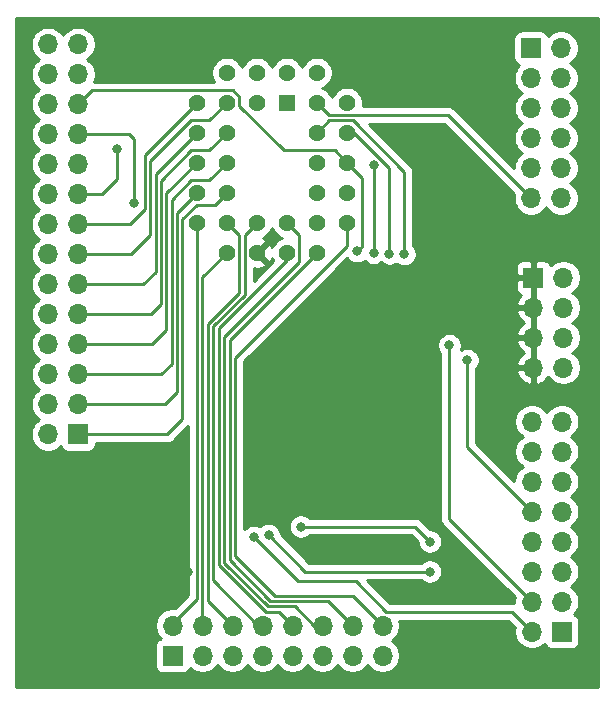
<source format=gbr>
%TF.GenerationSoftware,KiCad,Pcbnew,(5.1.6)-1*%
%TF.CreationDate,2020-09-22T21:52:57+03:00*%
%TF.ProjectId,RAM_ROM_devboard,52414d5f-524f-44d5-9f64-6576626f6172,rev?*%
%TF.SameCoordinates,Original*%
%TF.FileFunction,Copper,L2,Bot*%
%TF.FilePolarity,Positive*%
%FSLAX46Y46*%
G04 Gerber Fmt 4.6, Leading zero omitted, Abs format (unit mm)*
G04 Created by KiCad (PCBNEW (5.1.6)-1) date 2020-09-22 21:52:57*
%MOMM*%
%LPD*%
G01*
G04 APERTURE LIST*
%TA.AperFunction,ComponentPad*%
%ADD10O,1.700000X1.700000*%
%TD*%
%TA.AperFunction,ComponentPad*%
%ADD11R,1.700000X1.700000*%
%TD*%
%TA.AperFunction,ComponentPad*%
%ADD12C,1.430000*%
%TD*%
%TA.AperFunction,ComponentPad*%
%ADD13R,1.430000X1.430000*%
%TD*%
%TA.AperFunction,ViaPad*%
%ADD14C,0.800000*%
%TD*%
%TA.AperFunction,Conductor*%
%ADD15C,0.250000*%
%TD*%
%TA.AperFunction,Conductor*%
%ADD16C,0.254000*%
%TD*%
G04 APERTURE END LIST*
D10*
%TO.P,J7,16*%
%TO.N,/~RAM_WE*%
X140716000Y-98806000D03*
%TO.P,J7,15*%
X143256000Y-98806000D03*
%TO.P,J7,14*%
%TO.N,/~RAM_OE*%
X140716000Y-101346000D03*
%TO.P,J7,13*%
X143256000Y-101346000D03*
%TO.P,J7,12*%
%TO.N,/~RAM_CE*%
X140716000Y-103886000D03*
%TO.P,J7,11*%
X143256000Y-103886000D03*
%TO.P,J7,10*%
%TO.N,/RAM_A18*%
X140716000Y-106426000D03*
%TO.P,J7,9*%
X143256000Y-106426000D03*
%TO.P,J7,8*%
%TO.N,/RAM_A17*%
X140716000Y-108966000D03*
%TO.P,J7,7*%
X143256000Y-108966000D03*
%TO.P,J7,6*%
%TO.N,/RAM_A16*%
X140716000Y-111506000D03*
%TO.P,J7,5*%
X143256000Y-111506000D03*
%TO.P,J7,4*%
%TO.N,/RAM_A15*%
X140716000Y-114046000D03*
%TO.P,J7,3*%
X143256000Y-114046000D03*
%TO.P,J7,2*%
%TO.N,/RAM_A14*%
X140716000Y-116586000D03*
D11*
%TO.P,J7,1*%
X143256000Y-116586000D03*
%TD*%
D12*
%TO.P,J2,32*%
%TO.N,+5V*%
X119988500Y-69280000D03*
%TO.P,J2,31*%
%TO.N,/~ROM_WE*%
X122528500Y-71820000D03*
%TO.P,J2,30*%
%TO.N,N/C*%
X122528500Y-69280000D03*
%TO.P,J2,29*%
%TO.N,/ROM_A14*%
X125068500Y-71820000D03*
%TO.P,J2,28*%
%TO.N,/A13*%
X122528500Y-74360000D03*
%TO.P,J2,27*%
%TO.N,/A8*%
X125068500Y-74360000D03*
%TO.P,J2,26*%
%TO.N,/A9*%
X122528500Y-76900000D03*
%TO.P,J2,25*%
%TO.N,/A11*%
X125068500Y-76900000D03*
%TO.P,J2,24*%
%TO.N,/~ROM_OE*%
X122528500Y-79440000D03*
%TO.P,J2,23*%
%TO.N,/A10*%
X125068500Y-79440000D03*
%TO.P,J2,22*%
%TO.N,/~ROM_CE*%
X122528500Y-81980000D03*
%TO.P,J2,21*%
%TO.N,/D7*%
X125068500Y-81980000D03*
%TO.P,J2,20*%
%TO.N,/D6*%
X122528500Y-84520000D03*
%TO.P,J2,19*%
%TO.N,/D5*%
X119988500Y-81980000D03*
%TO.P,J2,18*%
%TO.N,/D4*%
X119988500Y-84520000D03*
%TO.P,J2,17*%
%TO.N,/D3*%
X117448500Y-81980000D03*
%TO.P,J2,16*%
%TO.N,GND*%
X117448500Y-84520000D03*
%TO.P,J2,15*%
%TO.N,/D2*%
X114908500Y-81980000D03*
%TO.P,J2,14*%
%TO.N,/D1*%
X114908500Y-84520000D03*
%TO.P,J2,13*%
%TO.N,/D0*%
X112368500Y-81980000D03*
%TO.P,J2,12*%
%TO.N,/A0*%
X114908500Y-79440000D03*
%TO.P,J2,11*%
%TO.N,/A1*%
X112368500Y-79440000D03*
%TO.P,J2,10*%
%TO.N,/A2*%
X114908500Y-76900000D03*
%TO.P,J2,9*%
%TO.N,/A3*%
X112368500Y-76900000D03*
%TO.P,J2,8*%
%TO.N,/A4*%
X114908500Y-74360000D03*
%TO.P,J2,7*%
%TO.N,/A5*%
X112368500Y-74360000D03*
%TO.P,J2,6*%
%TO.N,/A6*%
X114908500Y-71820000D03*
%TO.P,J2,5*%
%TO.N,/A7*%
X112368500Y-71820000D03*
%TO.P,J2,4*%
%TO.N,/A12*%
X114908500Y-69280000D03*
%TO.P,J2,3*%
%TO.N,/ROM_A15*%
X117448500Y-71820000D03*
%TO.P,J2,2*%
%TO.N,/ROM_A16*%
X117448500Y-69280000D03*
D13*
%TO.P,J2,1*%
%TO.N,N/C*%
X119988500Y-71820000D03*
%TD*%
D10*
%TO.P,J6,12*%
%TO.N,/~ROM_WE*%
X143192500Y-79883000D03*
%TO.P,J6,11*%
X140652500Y-79883000D03*
%TO.P,J6,10*%
%TO.N,/~ROM_CE*%
X143192500Y-77343000D03*
%TO.P,J6,9*%
X140652500Y-77343000D03*
%TO.P,J6,8*%
%TO.N,/~ROM_OE*%
X143192500Y-74803000D03*
%TO.P,J6,7*%
X140652500Y-74803000D03*
%TO.P,J6,6*%
%TO.N,/ROM_A16*%
X143192500Y-72263000D03*
%TO.P,J6,5*%
X140652500Y-72263000D03*
%TO.P,J6,4*%
%TO.N,/ROM_A15*%
X143192500Y-69723000D03*
%TO.P,J6,3*%
X140652500Y-69723000D03*
%TO.P,J6,2*%
%TO.N,/ROM_A14*%
X143192500Y-67183000D03*
D11*
%TO.P,J6,1*%
X140652500Y-67183000D03*
%TD*%
D10*
%TO.P,J4,8*%
%TO.N,+5V*%
X143383000Y-94234000D03*
%TO.P,J4,7*%
%TO.N,GND*%
X140843000Y-94234000D03*
%TO.P,J4,6*%
%TO.N,+5V*%
X143383000Y-91694000D03*
%TO.P,J4,5*%
%TO.N,GND*%
X140843000Y-91694000D03*
%TO.P,J4,4*%
%TO.N,+5V*%
X143383000Y-89154000D03*
%TO.P,J4,3*%
%TO.N,GND*%
X140843000Y-89154000D03*
%TO.P,J4,2*%
%TO.N,+5V*%
X143383000Y-86614000D03*
D11*
%TO.P,J4,1*%
%TO.N,GND*%
X140843000Y-86614000D03*
%TD*%
D10*
%TO.P,J3,16*%
%TO.N,/D7*%
X128079500Y-116078000D03*
%TO.P,J3,15*%
X128079500Y-118618000D03*
%TO.P,J3,14*%
%TO.N,/D6*%
X125539500Y-116078000D03*
%TO.P,J3,13*%
X125539500Y-118618000D03*
%TO.P,J3,12*%
%TO.N,/D5*%
X122999500Y-116078000D03*
%TO.P,J3,11*%
X122999500Y-118618000D03*
%TO.P,J3,10*%
%TO.N,/D4*%
X120459500Y-116078000D03*
%TO.P,J3,9*%
X120459500Y-118618000D03*
%TO.P,J3,8*%
%TO.N,/D3*%
X117919500Y-116078000D03*
%TO.P,J3,7*%
X117919500Y-118618000D03*
%TO.P,J3,6*%
%TO.N,/D2*%
X115379500Y-116078000D03*
%TO.P,J3,5*%
X115379500Y-118618000D03*
%TO.P,J3,4*%
%TO.N,/D1*%
X112839500Y-116078000D03*
%TO.P,J3,3*%
X112839500Y-118618000D03*
%TO.P,J3,2*%
%TO.N,/D0*%
X110299500Y-116078000D03*
D11*
%TO.P,J3,1*%
X110299500Y-118618000D03*
%TD*%
D10*
%TO.P,J1,28*%
%TO.N,/A13*%
X99758500Y-66865500D03*
%TO.P,J1,27*%
X102298500Y-66865500D03*
%TO.P,J1,26*%
%TO.N,/A12*%
X99758500Y-69405500D03*
%TO.P,J1,25*%
X102298500Y-69405500D03*
%TO.P,J1,24*%
%TO.N,/A11*%
X99758500Y-71945500D03*
%TO.P,J1,23*%
X102298500Y-71945500D03*
%TO.P,J1,22*%
%TO.N,/A10*%
X99758500Y-74485500D03*
%TO.P,J1,21*%
X102298500Y-74485500D03*
%TO.P,J1,20*%
%TO.N,/A9*%
X99758500Y-77025500D03*
%TO.P,J1,19*%
X102298500Y-77025500D03*
%TO.P,J1,18*%
%TO.N,/A8*%
X99758500Y-79565500D03*
%TO.P,J1,17*%
X102298500Y-79565500D03*
%TO.P,J1,16*%
%TO.N,/A7*%
X99758500Y-82105500D03*
%TO.P,J1,15*%
X102298500Y-82105500D03*
%TO.P,J1,14*%
%TO.N,/A6*%
X99758500Y-84645500D03*
%TO.P,J1,13*%
X102298500Y-84645500D03*
%TO.P,J1,12*%
%TO.N,/A5*%
X99758500Y-87185500D03*
%TO.P,J1,11*%
X102298500Y-87185500D03*
%TO.P,J1,10*%
%TO.N,/A4*%
X99758500Y-89725500D03*
%TO.P,J1,9*%
X102298500Y-89725500D03*
%TO.P,J1,8*%
%TO.N,/A3*%
X99758500Y-92265500D03*
%TO.P,J1,7*%
X102298500Y-92265500D03*
%TO.P,J1,6*%
%TO.N,/A2*%
X99758500Y-94805500D03*
%TO.P,J1,5*%
X102298500Y-94805500D03*
%TO.P,J1,4*%
%TO.N,/A1*%
X99758500Y-97345500D03*
%TO.P,J1,3*%
X102298500Y-97345500D03*
%TO.P,J1,2*%
%TO.N,/A0*%
X99758500Y-99885500D03*
D11*
%TO.P,J1,1*%
X102298500Y-99885500D03*
%TD*%
D14*
%TO.N,/RAM_A15*%
X133731000Y-92329000D03*
%TO.N,/A13*%
X129921000Y-84645500D03*
%TO.N,/A8*%
X105600500Y-75755500D03*
X128651000Y-84582000D03*
%TO.N,/A9*%
X127317500Y-84518500D03*
X127317500Y-77089000D03*
%TO.N,/A11*%
X125920500Y-84391500D03*
%TO.N,/A10*%
X106997500Y-80327500D03*
%TO.N,GND*%
X119824500Y-91440000D03*
X111569500Y-111506000D03*
%TO.N,/RAM_A14*%
X117157500Y-108585000D03*
%TO.N,/RAM_A16*%
X118427500Y-108394500D03*
X132080000Y-111506000D03*
%TO.N,/RAM_A18*%
X135255000Y-93599000D03*
%TO.N,/RAM_A17*%
X121158000Y-107696000D03*
X132080000Y-108966000D03*
%TD*%
D15*
%TO.N,/RAM_A15*%
X133731000Y-107061000D02*
X140716000Y-114046000D01*
X133731000Y-92329000D02*
X133731000Y-107061000D01*
%TO.N,/A13*%
X123568501Y-73319999D02*
X122528500Y-74360000D01*
X125567701Y-73319999D02*
X123568501Y-73319999D01*
X129921000Y-77673298D02*
X125567701Y-73319999D01*
X129921000Y-84645500D02*
X129921000Y-77673298D01*
%TO.N,/A8*%
X105600500Y-75755500D02*
X105600500Y-78295500D01*
X104330500Y-79565500D02*
X102298500Y-79565500D01*
X105600500Y-78295500D02*
X104330500Y-79565500D01*
X125661502Y-74360000D02*
X125068500Y-74360000D01*
X128651000Y-77349498D02*
X125661502Y-74360000D01*
X128651000Y-84582000D02*
X128651000Y-77349498D01*
%TO.N,/A9*%
X127317500Y-84518500D02*
X127317500Y-77089000D01*
X127317500Y-77089000D02*
X127317500Y-77089000D01*
%TO.N,/A11*%
X103464001Y-70779999D02*
X102298500Y-71945500D01*
X115948501Y-71320799D02*
X115407701Y-70779999D01*
X115948501Y-72070001D02*
X115948501Y-71320799D01*
X119738499Y-75859999D02*
X115948501Y-72070001D01*
X115407701Y-70779999D02*
X103464001Y-70779999D01*
X124028499Y-75859999D02*
X119738499Y-75859999D01*
X125068500Y-76900000D02*
X124028499Y-75859999D01*
X126320499Y-83991501D02*
X126320499Y-78151999D01*
X126320499Y-78151999D02*
X125068500Y-76900000D01*
X125920500Y-84391500D02*
X126320499Y-83991501D01*
%TO.N,/A10*%
X106997500Y-80327500D02*
X106997500Y-74866500D01*
X106616500Y-74485500D02*
X102298500Y-74485500D01*
X106997500Y-74866500D02*
X106616500Y-74485500D01*
%TO.N,/D7*%
X125068500Y-81980000D02*
X125068500Y-83926530D01*
X125068500Y-83926530D02*
X115586530Y-93408500D01*
X115586530Y-93408500D02*
X115586530Y-110189030D01*
X125554469Y-113552969D02*
X128079500Y-116078000D01*
X118950469Y-113552969D02*
X125554469Y-113552969D01*
X115586530Y-110189030D02*
X118950469Y-113552969D01*
%TO.N,/D6*%
X118577799Y-114002979D02*
X123464479Y-114002979D01*
X115136520Y-110561700D02*
X118577799Y-114002979D01*
X115136520Y-91911980D02*
X115136520Y-110561700D01*
X123464479Y-114002979D02*
X125539500Y-116078000D01*
X122528500Y-84520000D02*
X115136520Y-91911980D01*
%TO.N,/D5*%
X120675989Y-114452989D02*
X122301000Y-116078000D01*
X118391399Y-114452989D02*
X120675989Y-114452989D01*
X121028501Y-83020001D02*
X121028501Y-85282999D01*
X119988500Y-81980000D02*
X121028501Y-83020001D01*
X121028501Y-85282999D02*
X114686510Y-91624990D01*
X122301000Y-116078000D02*
X122999500Y-116078000D01*
X114686510Y-110748100D02*
X118391399Y-114452989D01*
X114686510Y-91624990D02*
X114686510Y-110748100D01*
%TO.N,/D4*%
X119284499Y-114902999D02*
X120459500Y-116078000D01*
X119988500Y-84520000D02*
X119988500Y-85119320D01*
X119988500Y-85119320D02*
X114236500Y-90871320D01*
X114236500Y-90871320D02*
X114236500Y-110934500D01*
X114236500Y-110934500D02*
X118204999Y-114902999D01*
X118204999Y-114902999D02*
X119284499Y-114902999D01*
%TO.N,/D3*%
X117538500Y-116078000D02*
X117919500Y-116078000D01*
X116398510Y-83029990D02*
X116398510Y-88072900D01*
X117448500Y-81980000D02*
X116398510Y-83029990D01*
X113718528Y-90752882D02*
X113718527Y-112258027D01*
X116398510Y-88072900D02*
X113718528Y-90752882D01*
X113718527Y-112258027D02*
X117538500Y-116078000D01*
%TO.N,/D2*%
X113268519Y-90566481D02*
X113268518Y-113967018D01*
X115948501Y-87886499D02*
X113268519Y-90566481D01*
X114908500Y-81980000D02*
X115948501Y-83020001D01*
X113268518Y-113967018D02*
X115379500Y-116078000D01*
X115948501Y-83020001D02*
X115948501Y-87886499D01*
%TO.N,/D1*%
X112818509Y-116057009D02*
X112839500Y-116078000D01*
X114908500Y-84520000D02*
X112818510Y-86609990D01*
X112818510Y-86609990D02*
X112818509Y-116057009D01*
%TO.N,/D0*%
X110299500Y-115887500D02*
X110299500Y-116078000D01*
X112368500Y-81980000D02*
X112368500Y-113818500D01*
X112368500Y-113818500D02*
X110299500Y-115887500D01*
%TO.N,/A0*%
X112329297Y-80480001D02*
X111125000Y-81684298D01*
X114908500Y-79440000D02*
X113868499Y-80480001D01*
X113868499Y-80480001D02*
X112329297Y-80480001D01*
X111125000Y-81684298D02*
X111125000Y-98615500D01*
X109855000Y-99885500D02*
X102298500Y-99885500D01*
X111125000Y-98615500D02*
X109855000Y-99885500D01*
%TO.N,/A1*%
X112368500Y-79440000D02*
X110674990Y-81133510D01*
X110674990Y-81133510D02*
X110674990Y-96335010D01*
X109664500Y-97345500D02*
X102298500Y-97345500D01*
X110674990Y-96335010D02*
X109664500Y-97345500D01*
%TO.N,/A2*%
X111869299Y-78399999D02*
X110224980Y-80044318D01*
X114908500Y-76900000D02*
X113408501Y-78399999D01*
X113408501Y-78399999D02*
X111869299Y-78399999D01*
X110224980Y-80044318D02*
X110224980Y-93927520D01*
X109347000Y-94805500D02*
X102298500Y-94805500D01*
X110224980Y-93927520D02*
X109347000Y-94805500D01*
%TO.N,/A3*%
X109774970Y-91075530D02*
X108585000Y-92265500D01*
X108585000Y-92265500D02*
X102298500Y-92265500D01*
X112368500Y-76900000D02*
X109774970Y-79493530D01*
X109774970Y-79493530D02*
X109774970Y-91075530D01*
%TO.N,/A4*%
X108458000Y-89725500D02*
X102298500Y-89725500D01*
X109324960Y-78404338D02*
X109324960Y-88858540D01*
X114908500Y-74360000D02*
X113408501Y-75859999D01*
X111869299Y-75859999D02*
X109324960Y-78404338D01*
X113408501Y-75859999D02*
X111869299Y-75859999D01*
X109324960Y-88858540D02*
X108458000Y-89725500D01*
%TO.N,/A5*%
X112368500Y-74360000D02*
X108874950Y-77853550D01*
X108874950Y-77853550D02*
X108874950Y-86133550D01*
X107823000Y-87185500D02*
X102298500Y-87185500D01*
X108874950Y-86133550D02*
X107823000Y-87185500D01*
%TO.N,/A6*%
X111869299Y-73319999D02*
X108424940Y-76764358D01*
X114908500Y-71820000D02*
X113408501Y-73319999D01*
X113408501Y-73319999D02*
X111869299Y-73319999D01*
X108424940Y-76764358D02*
X108424940Y-83027560D01*
X106807000Y-84645500D02*
X102298500Y-84645500D01*
X108424940Y-83027560D02*
X106807000Y-84645500D01*
%TO.N,/A7*%
X112368500Y-71820000D02*
X107974930Y-76213570D01*
X107974930Y-76213570D02*
X107974930Y-80810570D01*
X106680000Y-82105500D02*
X102298500Y-82105500D01*
X107974930Y-80810570D02*
X106680000Y-82105500D01*
%TO.N,/RAM_A14*%
X117157500Y-108585000D02*
X120904000Y-112331500D01*
X139032999Y-114902999D02*
X140716000Y-116586000D01*
X128364999Y-114902999D02*
X139032999Y-114902999D01*
X125793500Y-112331500D02*
X128364999Y-114902999D01*
X120904000Y-112331500D02*
X125793500Y-112331500D01*
%TO.N,/RAM_A16*%
X118427500Y-108394500D02*
X121539000Y-111506000D01*
X121539000Y-111506000D02*
X132080000Y-111506000D01*
X132080000Y-111506000D02*
X132080000Y-111506000D01*
%TO.N,/~ROM_WE*%
X123568501Y-72860001D02*
X133629501Y-72860001D01*
X133629501Y-72860001D02*
X140652500Y-79883000D01*
X122528500Y-71820000D02*
X123568501Y-72860001D01*
%TO.N,/RAM_A18*%
X135255000Y-100965000D02*
X140716000Y-106426000D01*
X135255000Y-93599000D02*
X135255000Y-100965000D01*
%TO.N,/RAM_A17*%
X121158000Y-107696000D02*
X130810000Y-107696000D01*
X130810000Y-107696000D02*
X132080000Y-108966000D01*
X132080000Y-108966000D02*
X132080000Y-108966000D01*
%TD*%
D16*
%TO.N,GND*%
G36*
X146279001Y-121260000D02*
G01*
X97053000Y-121260000D01*
X97053000Y-66719240D01*
X98273500Y-66719240D01*
X98273500Y-67011760D01*
X98330568Y-67298658D01*
X98442510Y-67568911D01*
X98605025Y-67812132D01*
X98811868Y-68018975D01*
X98986260Y-68135500D01*
X98811868Y-68252025D01*
X98605025Y-68458868D01*
X98442510Y-68702089D01*
X98330568Y-68972342D01*
X98273500Y-69259240D01*
X98273500Y-69551760D01*
X98330568Y-69838658D01*
X98442510Y-70108911D01*
X98605025Y-70352132D01*
X98811868Y-70558975D01*
X98986260Y-70675500D01*
X98811868Y-70792025D01*
X98605025Y-70998868D01*
X98442510Y-71242089D01*
X98330568Y-71512342D01*
X98273500Y-71799240D01*
X98273500Y-72091760D01*
X98330568Y-72378658D01*
X98442510Y-72648911D01*
X98605025Y-72892132D01*
X98811868Y-73098975D01*
X98986260Y-73215500D01*
X98811868Y-73332025D01*
X98605025Y-73538868D01*
X98442510Y-73782089D01*
X98330568Y-74052342D01*
X98273500Y-74339240D01*
X98273500Y-74631760D01*
X98330568Y-74918658D01*
X98442510Y-75188911D01*
X98605025Y-75432132D01*
X98811868Y-75638975D01*
X98986260Y-75755500D01*
X98811868Y-75872025D01*
X98605025Y-76078868D01*
X98442510Y-76322089D01*
X98330568Y-76592342D01*
X98273500Y-76879240D01*
X98273500Y-77171760D01*
X98330568Y-77458658D01*
X98442510Y-77728911D01*
X98605025Y-77972132D01*
X98811868Y-78178975D01*
X98986260Y-78295500D01*
X98811868Y-78412025D01*
X98605025Y-78618868D01*
X98442510Y-78862089D01*
X98330568Y-79132342D01*
X98273500Y-79419240D01*
X98273500Y-79711760D01*
X98330568Y-79998658D01*
X98442510Y-80268911D01*
X98605025Y-80512132D01*
X98811868Y-80718975D01*
X98986260Y-80835500D01*
X98811868Y-80952025D01*
X98605025Y-81158868D01*
X98442510Y-81402089D01*
X98330568Y-81672342D01*
X98273500Y-81959240D01*
X98273500Y-82251760D01*
X98330568Y-82538658D01*
X98442510Y-82808911D01*
X98605025Y-83052132D01*
X98811868Y-83258975D01*
X98986260Y-83375500D01*
X98811868Y-83492025D01*
X98605025Y-83698868D01*
X98442510Y-83942089D01*
X98330568Y-84212342D01*
X98273500Y-84499240D01*
X98273500Y-84791760D01*
X98330568Y-85078658D01*
X98442510Y-85348911D01*
X98605025Y-85592132D01*
X98811868Y-85798975D01*
X98986260Y-85915500D01*
X98811868Y-86032025D01*
X98605025Y-86238868D01*
X98442510Y-86482089D01*
X98330568Y-86752342D01*
X98273500Y-87039240D01*
X98273500Y-87331760D01*
X98330568Y-87618658D01*
X98442510Y-87888911D01*
X98605025Y-88132132D01*
X98811868Y-88338975D01*
X98986260Y-88455500D01*
X98811868Y-88572025D01*
X98605025Y-88778868D01*
X98442510Y-89022089D01*
X98330568Y-89292342D01*
X98273500Y-89579240D01*
X98273500Y-89871760D01*
X98330568Y-90158658D01*
X98442510Y-90428911D01*
X98605025Y-90672132D01*
X98811868Y-90878975D01*
X98986260Y-90995500D01*
X98811868Y-91112025D01*
X98605025Y-91318868D01*
X98442510Y-91562089D01*
X98330568Y-91832342D01*
X98273500Y-92119240D01*
X98273500Y-92411760D01*
X98330568Y-92698658D01*
X98442510Y-92968911D01*
X98605025Y-93212132D01*
X98811868Y-93418975D01*
X98986260Y-93535500D01*
X98811868Y-93652025D01*
X98605025Y-93858868D01*
X98442510Y-94102089D01*
X98330568Y-94372342D01*
X98273500Y-94659240D01*
X98273500Y-94951760D01*
X98330568Y-95238658D01*
X98442510Y-95508911D01*
X98605025Y-95752132D01*
X98811868Y-95958975D01*
X98986260Y-96075500D01*
X98811868Y-96192025D01*
X98605025Y-96398868D01*
X98442510Y-96642089D01*
X98330568Y-96912342D01*
X98273500Y-97199240D01*
X98273500Y-97491760D01*
X98330568Y-97778658D01*
X98442510Y-98048911D01*
X98605025Y-98292132D01*
X98811868Y-98498975D01*
X98986260Y-98615500D01*
X98811868Y-98732025D01*
X98605025Y-98938868D01*
X98442510Y-99182089D01*
X98330568Y-99452342D01*
X98273500Y-99739240D01*
X98273500Y-100031760D01*
X98330568Y-100318658D01*
X98442510Y-100588911D01*
X98605025Y-100832132D01*
X98811868Y-101038975D01*
X99055089Y-101201490D01*
X99325342Y-101313432D01*
X99612240Y-101370500D01*
X99904760Y-101370500D01*
X100191658Y-101313432D01*
X100461911Y-101201490D01*
X100705132Y-101038975D01*
X100836987Y-100907120D01*
X100858998Y-100979680D01*
X100917963Y-101089994D01*
X100997315Y-101186685D01*
X101094006Y-101266037D01*
X101204320Y-101325002D01*
X101324018Y-101361312D01*
X101448500Y-101373572D01*
X103148500Y-101373572D01*
X103272982Y-101361312D01*
X103392680Y-101325002D01*
X103502994Y-101266037D01*
X103599685Y-101186685D01*
X103679037Y-101089994D01*
X103738002Y-100979680D01*
X103774312Y-100859982D01*
X103786572Y-100735500D01*
X103786572Y-100645500D01*
X109817678Y-100645500D01*
X109855000Y-100649176D01*
X109892322Y-100645500D01*
X109892333Y-100645500D01*
X110003986Y-100634503D01*
X110147247Y-100591046D01*
X110279276Y-100520474D01*
X110395001Y-100425501D01*
X110418804Y-100396497D01*
X111608501Y-99206801D01*
X111608501Y-113503697D01*
X110507014Y-114605184D01*
X110445760Y-114593000D01*
X110153240Y-114593000D01*
X109866342Y-114650068D01*
X109596089Y-114762010D01*
X109352868Y-114924525D01*
X109146025Y-115131368D01*
X108983510Y-115374589D01*
X108871568Y-115644842D01*
X108814500Y-115931740D01*
X108814500Y-116224260D01*
X108871568Y-116511158D01*
X108983510Y-116781411D01*
X109146025Y-117024632D01*
X109277880Y-117156487D01*
X109205320Y-117178498D01*
X109095006Y-117237463D01*
X108998315Y-117316815D01*
X108918963Y-117413506D01*
X108859998Y-117523820D01*
X108823688Y-117643518D01*
X108811428Y-117768000D01*
X108811428Y-119468000D01*
X108823688Y-119592482D01*
X108859998Y-119712180D01*
X108918963Y-119822494D01*
X108998315Y-119919185D01*
X109095006Y-119998537D01*
X109205320Y-120057502D01*
X109325018Y-120093812D01*
X109449500Y-120106072D01*
X111149500Y-120106072D01*
X111273982Y-120093812D01*
X111393680Y-120057502D01*
X111503994Y-119998537D01*
X111600685Y-119919185D01*
X111680037Y-119822494D01*
X111739002Y-119712180D01*
X111761013Y-119639620D01*
X111892868Y-119771475D01*
X112136089Y-119933990D01*
X112406342Y-120045932D01*
X112693240Y-120103000D01*
X112985760Y-120103000D01*
X113272658Y-120045932D01*
X113542911Y-119933990D01*
X113786132Y-119771475D01*
X113992975Y-119564632D01*
X114109500Y-119390240D01*
X114226025Y-119564632D01*
X114432868Y-119771475D01*
X114676089Y-119933990D01*
X114946342Y-120045932D01*
X115233240Y-120103000D01*
X115525760Y-120103000D01*
X115812658Y-120045932D01*
X116082911Y-119933990D01*
X116326132Y-119771475D01*
X116532975Y-119564632D01*
X116649500Y-119390240D01*
X116766025Y-119564632D01*
X116972868Y-119771475D01*
X117216089Y-119933990D01*
X117486342Y-120045932D01*
X117773240Y-120103000D01*
X118065760Y-120103000D01*
X118352658Y-120045932D01*
X118622911Y-119933990D01*
X118866132Y-119771475D01*
X119072975Y-119564632D01*
X119189500Y-119390240D01*
X119306025Y-119564632D01*
X119512868Y-119771475D01*
X119756089Y-119933990D01*
X120026342Y-120045932D01*
X120313240Y-120103000D01*
X120605760Y-120103000D01*
X120892658Y-120045932D01*
X121162911Y-119933990D01*
X121406132Y-119771475D01*
X121612975Y-119564632D01*
X121729500Y-119390240D01*
X121846025Y-119564632D01*
X122052868Y-119771475D01*
X122296089Y-119933990D01*
X122566342Y-120045932D01*
X122853240Y-120103000D01*
X123145760Y-120103000D01*
X123432658Y-120045932D01*
X123702911Y-119933990D01*
X123946132Y-119771475D01*
X124152975Y-119564632D01*
X124269500Y-119390240D01*
X124386025Y-119564632D01*
X124592868Y-119771475D01*
X124836089Y-119933990D01*
X125106342Y-120045932D01*
X125393240Y-120103000D01*
X125685760Y-120103000D01*
X125972658Y-120045932D01*
X126242911Y-119933990D01*
X126486132Y-119771475D01*
X126692975Y-119564632D01*
X126809500Y-119390240D01*
X126926025Y-119564632D01*
X127132868Y-119771475D01*
X127376089Y-119933990D01*
X127646342Y-120045932D01*
X127933240Y-120103000D01*
X128225760Y-120103000D01*
X128512658Y-120045932D01*
X128782911Y-119933990D01*
X129026132Y-119771475D01*
X129232975Y-119564632D01*
X129395490Y-119321411D01*
X129507432Y-119051158D01*
X129564500Y-118764260D01*
X129564500Y-118471740D01*
X129507432Y-118184842D01*
X129395490Y-117914589D01*
X129232975Y-117671368D01*
X129026132Y-117464525D01*
X128851740Y-117348000D01*
X129026132Y-117231475D01*
X129232975Y-117024632D01*
X129395490Y-116781411D01*
X129507432Y-116511158D01*
X129564500Y-116224260D01*
X129564500Y-115931740D01*
X129511044Y-115662999D01*
X138718198Y-115662999D01*
X139274791Y-116219592D01*
X139231000Y-116439740D01*
X139231000Y-116732260D01*
X139288068Y-117019158D01*
X139400010Y-117289411D01*
X139562525Y-117532632D01*
X139769368Y-117739475D01*
X140012589Y-117901990D01*
X140282842Y-118013932D01*
X140569740Y-118071000D01*
X140862260Y-118071000D01*
X141149158Y-118013932D01*
X141419411Y-117901990D01*
X141662632Y-117739475D01*
X141794487Y-117607620D01*
X141816498Y-117680180D01*
X141875463Y-117790494D01*
X141954815Y-117887185D01*
X142051506Y-117966537D01*
X142161820Y-118025502D01*
X142281518Y-118061812D01*
X142406000Y-118074072D01*
X144106000Y-118074072D01*
X144230482Y-118061812D01*
X144350180Y-118025502D01*
X144460494Y-117966537D01*
X144557185Y-117887185D01*
X144636537Y-117790494D01*
X144695502Y-117680180D01*
X144731812Y-117560482D01*
X144744072Y-117436000D01*
X144744072Y-115736000D01*
X144731812Y-115611518D01*
X144695502Y-115491820D01*
X144636537Y-115381506D01*
X144557185Y-115284815D01*
X144460494Y-115205463D01*
X144350180Y-115146498D01*
X144277620Y-115124487D01*
X144409475Y-114992632D01*
X144571990Y-114749411D01*
X144683932Y-114479158D01*
X144741000Y-114192260D01*
X144741000Y-113899740D01*
X144683932Y-113612842D01*
X144571990Y-113342589D01*
X144409475Y-113099368D01*
X144202632Y-112892525D01*
X144028240Y-112776000D01*
X144202632Y-112659475D01*
X144409475Y-112452632D01*
X144571990Y-112209411D01*
X144683932Y-111939158D01*
X144741000Y-111652260D01*
X144741000Y-111359740D01*
X144683932Y-111072842D01*
X144571990Y-110802589D01*
X144409475Y-110559368D01*
X144202632Y-110352525D01*
X144028240Y-110236000D01*
X144202632Y-110119475D01*
X144409475Y-109912632D01*
X144571990Y-109669411D01*
X144683932Y-109399158D01*
X144741000Y-109112260D01*
X144741000Y-108819740D01*
X144683932Y-108532842D01*
X144571990Y-108262589D01*
X144409475Y-108019368D01*
X144202632Y-107812525D01*
X144028240Y-107696000D01*
X144202632Y-107579475D01*
X144409475Y-107372632D01*
X144571990Y-107129411D01*
X144683932Y-106859158D01*
X144741000Y-106572260D01*
X144741000Y-106279740D01*
X144683932Y-105992842D01*
X144571990Y-105722589D01*
X144409475Y-105479368D01*
X144202632Y-105272525D01*
X144028240Y-105156000D01*
X144202632Y-105039475D01*
X144409475Y-104832632D01*
X144571990Y-104589411D01*
X144683932Y-104319158D01*
X144741000Y-104032260D01*
X144741000Y-103739740D01*
X144683932Y-103452842D01*
X144571990Y-103182589D01*
X144409475Y-102939368D01*
X144202632Y-102732525D01*
X144028240Y-102616000D01*
X144202632Y-102499475D01*
X144409475Y-102292632D01*
X144571990Y-102049411D01*
X144683932Y-101779158D01*
X144741000Y-101492260D01*
X144741000Y-101199740D01*
X144683932Y-100912842D01*
X144571990Y-100642589D01*
X144409475Y-100399368D01*
X144202632Y-100192525D01*
X144028240Y-100076000D01*
X144202632Y-99959475D01*
X144409475Y-99752632D01*
X144571990Y-99509411D01*
X144683932Y-99239158D01*
X144741000Y-98952260D01*
X144741000Y-98659740D01*
X144683932Y-98372842D01*
X144571990Y-98102589D01*
X144409475Y-97859368D01*
X144202632Y-97652525D01*
X143959411Y-97490010D01*
X143689158Y-97378068D01*
X143402260Y-97321000D01*
X143109740Y-97321000D01*
X142822842Y-97378068D01*
X142552589Y-97490010D01*
X142309368Y-97652525D01*
X142102525Y-97859368D01*
X141986000Y-98033760D01*
X141869475Y-97859368D01*
X141662632Y-97652525D01*
X141419411Y-97490010D01*
X141149158Y-97378068D01*
X140862260Y-97321000D01*
X140569740Y-97321000D01*
X140282842Y-97378068D01*
X140012589Y-97490010D01*
X139769368Y-97652525D01*
X139562525Y-97859368D01*
X139400010Y-98102589D01*
X139288068Y-98372842D01*
X139231000Y-98659740D01*
X139231000Y-98952260D01*
X139288068Y-99239158D01*
X139400010Y-99509411D01*
X139562525Y-99752632D01*
X139769368Y-99959475D01*
X139943760Y-100076000D01*
X139769368Y-100192525D01*
X139562525Y-100399368D01*
X139400010Y-100642589D01*
X139288068Y-100912842D01*
X139231000Y-101199740D01*
X139231000Y-101492260D01*
X139288068Y-101779158D01*
X139400010Y-102049411D01*
X139562525Y-102292632D01*
X139769368Y-102499475D01*
X139943760Y-102616000D01*
X139769368Y-102732525D01*
X139562525Y-102939368D01*
X139400010Y-103182589D01*
X139288068Y-103452842D01*
X139231000Y-103739740D01*
X139231000Y-103866198D01*
X136015000Y-100650199D01*
X136015000Y-94590890D01*
X139401524Y-94590890D01*
X139446175Y-94738099D01*
X139571359Y-95000920D01*
X139745412Y-95234269D01*
X139961645Y-95429178D01*
X140211748Y-95578157D01*
X140486109Y-95675481D01*
X140716000Y-95554814D01*
X140716000Y-94361000D01*
X139522845Y-94361000D01*
X139401524Y-94590890D01*
X136015000Y-94590890D01*
X136015000Y-94302711D01*
X136058937Y-94258774D01*
X136172205Y-94089256D01*
X136250226Y-93900898D01*
X136290000Y-93700939D01*
X136290000Y-93497061D01*
X136250226Y-93297102D01*
X136172205Y-93108744D01*
X136058937Y-92939226D01*
X135914774Y-92795063D01*
X135745256Y-92681795D01*
X135556898Y-92603774D01*
X135356939Y-92564000D01*
X135153061Y-92564000D01*
X134953102Y-92603774D01*
X134764744Y-92681795D01*
X134682335Y-92736859D01*
X134726226Y-92630898D01*
X134766000Y-92430939D01*
X134766000Y-92227061D01*
X134730958Y-92050890D01*
X139401524Y-92050890D01*
X139446175Y-92198099D01*
X139571359Y-92460920D01*
X139745412Y-92694269D01*
X139961645Y-92889178D01*
X140087255Y-92964000D01*
X139961645Y-93038822D01*
X139745412Y-93233731D01*
X139571359Y-93467080D01*
X139446175Y-93729901D01*
X139401524Y-93877110D01*
X139522845Y-94107000D01*
X140716000Y-94107000D01*
X140716000Y-91821000D01*
X139522845Y-91821000D01*
X139401524Y-92050890D01*
X134730958Y-92050890D01*
X134726226Y-92027102D01*
X134648205Y-91838744D01*
X134534937Y-91669226D01*
X134390774Y-91525063D01*
X134221256Y-91411795D01*
X134032898Y-91333774D01*
X133832939Y-91294000D01*
X133629061Y-91294000D01*
X133429102Y-91333774D01*
X133240744Y-91411795D01*
X133071226Y-91525063D01*
X132927063Y-91669226D01*
X132813795Y-91838744D01*
X132735774Y-92027102D01*
X132696000Y-92227061D01*
X132696000Y-92430939D01*
X132735774Y-92630898D01*
X132813795Y-92819256D01*
X132927063Y-92988774D01*
X132971000Y-93032711D01*
X132971001Y-107023668D01*
X132967324Y-107061000D01*
X132981998Y-107209985D01*
X133025454Y-107353246D01*
X133096026Y-107485276D01*
X133167201Y-107572002D01*
X133191000Y-107601001D01*
X133219998Y-107624799D01*
X139274790Y-113679592D01*
X139231000Y-113899740D01*
X139231000Y-114168864D01*
X139181985Y-114153996D01*
X139070332Y-114142999D01*
X139070321Y-114142999D01*
X139032999Y-114139323D01*
X138995677Y-114142999D01*
X128679801Y-114142999D01*
X126802801Y-112266000D01*
X131376289Y-112266000D01*
X131420226Y-112309937D01*
X131589744Y-112423205D01*
X131778102Y-112501226D01*
X131978061Y-112541000D01*
X132181939Y-112541000D01*
X132381898Y-112501226D01*
X132570256Y-112423205D01*
X132739774Y-112309937D01*
X132883937Y-112165774D01*
X132997205Y-111996256D01*
X133075226Y-111807898D01*
X133115000Y-111607939D01*
X133115000Y-111404061D01*
X133075226Y-111204102D01*
X132997205Y-111015744D01*
X132883937Y-110846226D01*
X132739774Y-110702063D01*
X132570256Y-110588795D01*
X132381898Y-110510774D01*
X132181939Y-110471000D01*
X131978061Y-110471000D01*
X131778102Y-110510774D01*
X131589744Y-110588795D01*
X131420226Y-110702063D01*
X131376289Y-110746000D01*
X121853803Y-110746000D01*
X119462500Y-108354699D01*
X119462500Y-108292561D01*
X119422726Y-108092602D01*
X119344705Y-107904244D01*
X119231437Y-107734726D01*
X119090772Y-107594061D01*
X120123000Y-107594061D01*
X120123000Y-107797939D01*
X120162774Y-107997898D01*
X120240795Y-108186256D01*
X120354063Y-108355774D01*
X120498226Y-108499937D01*
X120667744Y-108613205D01*
X120856102Y-108691226D01*
X121056061Y-108731000D01*
X121259939Y-108731000D01*
X121459898Y-108691226D01*
X121648256Y-108613205D01*
X121817774Y-108499937D01*
X121861711Y-108456000D01*
X130495199Y-108456000D01*
X131045000Y-109005802D01*
X131045000Y-109067939D01*
X131084774Y-109267898D01*
X131162795Y-109456256D01*
X131276063Y-109625774D01*
X131420226Y-109769937D01*
X131589744Y-109883205D01*
X131778102Y-109961226D01*
X131978061Y-110001000D01*
X132181939Y-110001000D01*
X132381898Y-109961226D01*
X132570256Y-109883205D01*
X132739774Y-109769937D01*
X132883937Y-109625774D01*
X132997205Y-109456256D01*
X133075226Y-109267898D01*
X133115000Y-109067939D01*
X133115000Y-108864061D01*
X133075226Y-108664102D01*
X132997205Y-108475744D01*
X132883937Y-108306226D01*
X132739774Y-108162063D01*
X132570256Y-108048795D01*
X132381898Y-107970774D01*
X132181939Y-107931000D01*
X132119802Y-107931000D01*
X131373804Y-107185003D01*
X131350001Y-107155999D01*
X131234276Y-107061026D01*
X131102247Y-106990454D01*
X130958986Y-106946997D01*
X130847333Y-106936000D01*
X130847322Y-106936000D01*
X130810000Y-106932324D01*
X130772678Y-106936000D01*
X121861711Y-106936000D01*
X121817774Y-106892063D01*
X121648256Y-106778795D01*
X121459898Y-106700774D01*
X121259939Y-106661000D01*
X121056061Y-106661000D01*
X120856102Y-106700774D01*
X120667744Y-106778795D01*
X120498226Y-106892063D01*
X120354063Y-107036226D01*
X120240795Y-107205744D01*
X120162774Y-107394102D01*
X120123000Y-107594061D01*
X119090772Y-107594061D01*
X119087274Y-107590563D01*
X118917756Y-107477295D01*
X118729398Y-107399274D01*
X118529439Y-107359500D01*
X118325561Y-107359500D01*
X118125602Y-107399274D01*
X117937244Y-107477295D01*
X117767726Y-107590563D01*
X117673376Y-107684913D01*
X117647756Y-107667795D01*
X117459398Y-107589774D01*
X117259439Y-107550000D01*
X117055561Y-107550000D01*
X116855602Y-107589774D01*
X116667244Y-107667795D01*
X116497726Y-107781063D01*
X116353563Y-107925226D01*
X116346530Y-107935752D01*
X116346530Y-93723301D01*
X120558941Y-89510890D01*
X139401524Y-89510890D01*
X139446175Y-89658099D01*
X139571359Y-89920920D01*
X139745412Y-90154269D01*
X139961645Y-90349178D01*
X140087255Y-90424000D01*
X139961645Y-90498822D01*
X139745412Y-90693731D01*
X139571359Y-90927080D01*
X139446175Y-91189901D01*
X139401524Y-91337110D01*
X139522845Y-91567000D01*
X140716000Y-91567000D01*
X140716000Y-89281000D01*
X139522845Y-89281000D01*
X139401524Y-89510890D01*
X120558941Y-89510890D01*
X122605831Y-87464000D01*
X139354928Y-87464000D01*
X139367188Y-87588482D01*
X139403498Y-87708180D01*
X139462463Y-87818494D01*
X139541815Y-87915185D01*
X139638506Y-87994537D01*
X139748820Y-88053502D01*
X139829466Y-88077966D01*
X139745412Y-88153731D01*
X139571359Y-88387080D01*
X139446175Y-88649901D01*
X139401524Y-88797110D01*
X139522845Y-89027000D01*
X140716000Y-89027000D01*
X140716000Y-86741000D01*
X139516750Y-86741000D01*
X139358000Y-86899750D01*
X139354928Y-87464000D01*
X122605831Y-87464000D01*
X124305831Y-85764000D01*
X139354928Y-85764000D01*
X139358000Y-86328250D01*
X139516750Y-86487000D01*
X140716000Y-86487000D01*
X140716000Y-85287750D01*
X140970000Y-85287750D01*
X140970000Y-86487000D01*
X140990000Y-86487000D01*
X140990000Y-86741000D01*
X140970000Y-86741000D01*
X140970000Y-89027000D01*
X140990000Y-89027000D01*
X140990000Y-89281000D01*
X140970000Y-89281000D01*
X140970000Y-91567000D01*
X140990000Y-91567000D01*
X140990000Y-91821000D01*
X140970000Y-91821000D01*
X140970000Y-94107000D01*
X140990000Y-94107000D01*
X140990000Y-94361000D01*
X140970000Y-94361000D01*
X140970000Y-95554814D01*
X141199891Y-95675481D01*
X141474252Y-95578157D01*
X141724355Y-95429178D01*
X141940588Y-95234269D01*
X142111900Y-95004594D01*
X142229525Y-95180632D01*
X142436368Y-95387475D01*
X142679589Y-95549990D01*
X142949842Y-95661932D01*
X143236740Y-95719000D01*
X143529260Y-95719000D01*
X143816158Y-95661932D01*
X144086411Y-95549990D01*
X144329632Y-95387475D01*
X144536475Y-95180632D01*
X144698990Y-94937411D01*
X144810932Y-94667158D01*
X144868000Y-94380260D01*
X144868000Y-94087740D01*
X144810932Y-93800842D01*
X144698990Y-93530589D01*
X144536475Y-93287368D01*
X144329632Y-93080525D01*
X144155240Y-92964000D01*
X144329632Y-92847475D01*
X144536475Y-92640632D01*
X144698990Y-92397411D01*
X144810932Y-92127158D01*
X144868000Y-91840260D01*
X144868000Y-91547740D01*
X144810932Y-91260842D01*
X144698990Y-90990589D01*
X144536475Y-90747368D01*
X144329632Y-90540525D01*
X144155240Y-90424000D01*
X144329632Y-90307475D01*
X144536475Y-90100632D01*
X144698990Y-89857411D01*
X144810932Y-89587158D01*
X144868000Y-89300260D01*
X144868000Y-89007740D01*
X144810932Y-88720842D01*
X144698990Y-88450589D01*
X144536475Y-88207368D01*
X144329632Y-88000525D01*
X144155240Y-87884000D01*
X144329632Y-87767475D01*
X144536475Y-87560632D01*
X144698990Y-87317411D01*
X144810932Y-87047158D01*
X144868000Y-86760260D01*
X144868000Y-86467740D01*
X144810932Y-86180842D01*
X144698990Y-85910589D01*
X144536475Y-85667368D01*
X144329632Y-85460525D01*
X144086411Y-85298010D01*
X143816158Y-85186068D01*
X143529260Y-85129000D01*
X143236740Y-85129000D01*
X142949842Y-85186068D01*
X142679589Y-85298010D01*
X142436368Y-85460525D01*
X142304513Y-85592380D01*
X142282502Y-85519820D01*
X142223537Y-85409506D01*
X142144185Y-85312815D01*
X142047494Y-85233463D01*
X141937180Y-85174498D01*
X141817482Y-85138188D01*
X141693000Y-85125928D01*
X141128750Y-85129000D01*
X140970000Y-85287750D01*
X140716000Y-85287750D01*
X140557250Y-85129000D01*
X139993000Y-85125928D01*
X139868518Y-85138188D01*
X139748820Y-85174498D01*
X139638506Y-85233463D01*
X139541815Y-85312815D01*
X139462463Y-85409506D01*
X139403498Y-85519820D01*
X139367188Y-85639518D01*
X139354928Y-85764000D01*
X124305831Y-85764000D01*
X125077308Y-84992524D01*
X125116563Y-85051274D01*
X125260726Y-85195437D01*
X125430244Y-85308705D01*
X125618602Y-85386726D01*
X125818561Y-85426500D01*
X126022439Y-85426500D01*
X126222398Y-85386726D01*
X126410756Y-85308705D01*
X126550572Y-85215283D01*
X126657726Y-85322437D01*
X126827244Y-85435705D01*
X127015602Y-85513726D01*
X127215561Y-85553500D01*
X127419439Y-85553500D01*
X127619398Y-85513726D01*
X127807756Y-85435705D01*
X127947572Y-85342283D01*
X127991226Y-85385937D01*
X128160744Y-85499205D01*
X128349102Y-85577226D01*
X128549061Y-85617000D01*
X128752939Y-85617000D01*
X128952898Y-85577226D01*
X129141256Y-85499205D01*
X129243007Y-85431218D01*
X129261226Y-85449437D01*
X129430744Y-85562705D01*
X129619102Y-85640726D01*
X129819061Y-85680500D01*
X130022939Y-85680500D01*
X130222898Y-85640726D01*
X130411256Y-85562705D01*
X130580774Y-85449437D01*
X130724937Y-85305274D01*
X130838205Y-85135756D01*
X130916226Y-84947398D01*
X130956000Y-84747439D01*
X130956000Y-84543561D01*
X130916226Y-84343602D01*
X130838205Y-84155244D01*
X130724937Y-83985726D01*
X130681000Y-83941789D01*
X130681000Y-77710620D01*
X130684676Y-77673297D01*
X130681000Y-77635974D01*
X130681000Y-77635965D01*
X130670003Y-77524312D01*
X130626546Y-77381051D01*
X130555974Y-77249022D01*
X130516163Y-77200512D01*
X130484799Y-77162294D01*
X130484795Y-77162290D01*
X130461001Y-77133297D01*
X130432008Y-77109503D01*
X126942504Y-73620001D01*
X133314700Y-73620001D01*
X139211290Y-79516593D01*
X139167500Y-79736740D01*
X139167500Y-80029260D01*
X139224568Y-80316158D01*
X139336510Y-80586411D01*
X139499025Y-80829632D01*
X139705868Y-81036475D01*
X139949089Y-81198990D01*
X140219342Y-81310932D01*
X140506240Y-81368000D01*
X140798760Y-81368000D01*
X141085658Y-81310932D01*
X141355911Y-81198990D01*
X141599132Y-81036475D01*
X141805975Y-80829632D01*
X141922500Y-80655240D01*
X142039025Y-80829632D01*
X142245868Y-81036475D01*
X142489089Y-81198990D01*
X142759342Y-81310932D01*
X143046240Y-81368000D01*
X143338760Y-81368000D01*
X143625658Y-81310932D01*
X143895911Y-81198990D01*
X144139132Y-81036475D01*
X144345975Y-80829632D01*
X144508490Y-80586411D01*
X144620432Y-80316158D01*
X144677500Y-80029260D01*
X144677500Y-79736740D01*
X144620432Y-79449842D01*
X144508490Y-79179589D01*
X144345975Y-78936368D01*
X144139132Y-78729525D01*
X143964740Y-78613000D01*
X144139132Y-78496475D01*
X144345975Y-78289632D01*
X144508490Y-78046411D01*
X144620432Y-77776158D01*
X144677500Y-77489260D01*
X144677500Y-77196740D01*
X144620432Y-76909842D01*
X144508490Y-76639589D01*
X144345975Y-76396368D01*
X144139132Y-76189525D01*
X143964740Y-76073000D01*
X144139132Y-75956475D01*
X144345975Y-75749632D01*
X144508490Y-75506411D01*
X144620432Y-75236158D01*
X144677500Y-74949260D01*
X144677500Y-74656740D01*
X144620432Y-74369842D01*
X144508490Y-74099589D01*
X144345975Y-73856368D01*
X144139132Y-73649525D01*
X143964740Y-73533000D01*
X144139132Y-73416475D01*
X144345975Y-73209632D01*
X144508490Y-72966411D01*
X144620432Y-72696158D01*
X144677500Y-72409260D01*
X144677500Y-72116740D01*
X144620432Y-71829842D01*
X144508490Y-71559589D01*
X144345975Y-71316368D01*
X144139132Y-71109525D01*
X143964740Y-70993000D01*
X144139132Y-70876475D01*
X144345975Y-70669632D01*
X144508490Y-70426411D01*
X144620432Y-70156158D01*
X144677500Y-69869260D01*
X144677500Y-69576740D01*
X144620432Y-69289842D01*
X144508490Y-69019589D01*
X144345975Y-68776368D01*
X144139132Y-68569525D01*
X143964740Y-68453000D01*
X144139132Y-68336475D01*
X144345975Y-68129632D01*
X144508490Y-67886411D01*
X144620432Y-67616158D01*
X144677500Y-67329260D01*
X144677500Y-67036740D01*
X144620432Y-66749842D01*
X144508490Y-66479589D01*
X144345975Y-66236368D01*
X144139132Y-66029525D01*
X143895911Y-65867010D01*
X143625658Y-65755068D01*
X143338760Y-65698000D01*
X143046240Y-65698000D01*
X142759342Y-65755068D01*
X142489089Y-65867010D01*
X142245868Y-66029525D01*
X142114013Y-66161380D01*
X142092002Y-66088820D01*
X142033037Y-65978506D01*
X141953685Y-65881815D01*
X141856994Y-65802463D01*
X141746680Y-65743498D01*
X141626982Y-65707188D01*
X141502500Y-65694928D01*
X139802500Y-65694928D01*
X139678018Y-65707188D01*
X139558320Y-65743498D01*
X139448006Y-65802463D01*
X139351315Y-65881815D01*
X139271963Y-65978506D01*
X139212998Y-66088820D01*
X139176688Y-66208518D01*
X139164428Y-66333000D01*
X139164428Y-68033000D01*
X139176688Y-68157482D01*
X139212998Y-68277180D01*
X139271963Y-68387494D01*
X139351315Y-68484185D01*
X139448006Y-68563537D01*
X139558320Y-68622502D01*
X139630880Y-68644513D01*
X139499025Y-68776368D01*
X139336510Y-69019589D01*
X139224568Y-69289842D01*
X139167500Y-69576740D01*
X139167500Y-69869260D01*
X139224568Y-70156158D01*
X139336510Y-70426411D01*
X139499025Y-70669632D01*
X139705868Y-70876475D01*
X139880260Y-70993000D01*
X139705868Y-71109525D01*
X139499025Y-71316368D01*
X139336510Y-71559589D01*
X139224568Y-71829842D01*
X139167500Y-72116740D01*
X139167500Y-72409260D01*
X139224568Y-72696158D01*
X139336510Y-72966411D01*
X139499025Y-73209632D01*
X139705868Y-73416475D01*
X139880260Y-73533000D01*
X139705868Y-73649525D01*
X139499025Y-73856368D01*
X139336510Y-74099589D01*
X139224568Y-74369842D01*
X139167500Y-74656740D01*
X139167500Y-74949260D01*
X139224568Y-75236158D01*
X139336510Y-75506411D01*
X139499025Y-75749632D01*
X139705868Y-75956475D01*
X139880260Y-76073000D01*
X139705868Y-76189525D01*
X139499025Y-76396368D01*
X139336510Y-76639589D01*
X139224568Y-76909842D01*
X139167500Y-77196740D01*
X139167500Y-77323198D01*
X134193305Y-72349004D01*
X134169502Y-72320000D01*
X134053777Y-72225027D01*
X133921748Y-72154455D01*
X133778487Y-72110998D01*
X133666834Y-72100001D01*
X133666823Y-72100001D01*
X133629501Y-72096325D01*
X133592179Y-72100001D01*
X126389252Y-72100001D01*
X126418500Y-71952963D01*
X126418500Y-71687037D01*
X126366620Y-71426220D01*
X126264854Y-71180535D01*
X126117113Y-70959425D01*
X125929075Y-70771387D01*
X125707965Y-70623646D01*
X125462280Y-70521880D01*
X125201463Y-70470000D01*
X124935537Y-70470000D01*
X124674720Y-70521880D01*
X124429035Y-70623646D01*
X124207925Y-70771387D01*
X124019887Y-70959425D01*
X123872146Y-71180535D01*
X123798500Y-71358332D01*
X123724854Y-71180535D01*
X123577113Y-70959425D01*
X123389075Y-70771387D01*
X123167965Y-70623646D01*
X122990168Y-70550000D01*
X123167965Y-70476354D01*
X123389075Y-70328613D01*
X123577113Y-70140575D01*
X123724854Y-69919465D01*
X123826620Y-69673780D01*
X123878500Y-69412963D01*
X123878500Y-69147037D01*
X123826620Y-68886220D01*
X123724854Y-68640535D01*
X123577113Y-68419425D01*
X123389075Y-68231387D01*
X123167965Y-68083646D01*
X122922280Y-67981880D01*
X122661463Y-67930000D01*
X122395537Y-67930000D01*
X122134720Y-67981880D01*
X121889035Y-68083646D01*
X121667925Y-68231387D01*
X121479887Y-68419425D01*
X121332146Y-68640535D01*
X121258500Y-68818332D01*
X121184854Y-68640535D01*
X121037113Y-68419425D01*
X120849075Y-68231387D01*
X120627965Y-68083646D01*
X120382280Y-67981880D01*
X120121463Y-67930000D01*
X119855537Y-67930000D01*
X119594720Y-67981880D01*
X119349035Y-68083646D01*
X119127925Y-68231387D01*
X118939887Y-68419425D01*
X118792146Y-68640535D01*
X118718500Y-68818332D01*
X118644854Y-68640535D01*
X118497113Y-68419425D01*
X118309075Y-68231387D01*
X118087965Y-68083646D01*
X117842280Y-67981880D01*
X117581463Y-67930000D01*
X117315537Y-67930000D01*
X117054720Y-67981880D01*
X116809035Y-68083646D01*
X116587925Y-68231387D01*
X116399887Y-68419425D01*
X116252146Y-68640535D01*
X116178500Y-68818332D01*
X116104854Y-68640535D01*
X115957113Y-68419425D01*
X115769075Y-68231387D01*
X115547965Y-68083646D01*
X115302280Y-67981880D01*
X115041463Y-67930000D01*
X114775537Y-67930000D01*
X114514720Y-67981880D01*
X114269035Y-68083646D01*
X114047925Y-68231387D01*
X113859887Y-68419425D01*
X113712146Y-68640535D01*
X113610380Y-68886220D01*
X113558500Y-69147037D01*
X113558500Y-69412963D01*
X113610380Y-69673780D01*
X113712146Y-69919465D01*
X113779321Y-70019999D01*
X103651318Y-70019999D01*
X103726432Y-69838658D01*
X103783500Y-69551760D01*
X103783500Y-69259240D01*
X103726432Y-68972342D01*
X103614490Y-68702089D01*
X103451975Y-68458868D01*
X103245132Y-68252025D01*
X103070740Y-68135500D01*
X103245132Y-68018975D01*
X103451975Y-67812132D01*
X103614490Y-67568911D01*
X103726432Y-67298658D01*
X103783500Y-67011760D01*
X103783500Y-66719240D01*
X103726432Y-66432342D01*
X103614490Y-66162089D01*
X103451975Y-65918868D01*
X103245132Y-65712025D01*
X103001911Y-65549510D01*
X102731658Y-65437568D01*
X102444760Y-65380500D01*
X102152240Y-65380500D01*
X101865342Y-65437568D01*
X101595089Y-65549510D01*
X101351868Y-65712025D01*
X101145025Y-65918868D01*
X101028500Y-66093260D01*
X100911975Y-65918868D01*
X100705132Y-65712025D01*
X100461911Y-65549510D01*
X100191658Y-65437568D01*
X99904760Y-65380500D01*
X99612240Y-65380500D01*
X99325342Y-65437568D01*
X99055089Y-65549510D01*
X98811868Y-65712025D01*
X98605025Y-65918868D01*
X98442510Y-66162089D01*
X98330568Y-66432342D01*
X98273500Y-66719240D01*
X97053000Y-66719240D01*
X97053000Y-64668000D01*
X146279000Y-64668000D01*
X146279001Y-121260000D01*
G37*
X146279001Y-121260000D02*
X97053000Y-121260000D01*
X97053000Y-66719240D01*
X98273500Y-66719240D01*
X98273500Y-67011760D01*
X98330568Y-67298658D01*
X98442510Y-67568911D01*
X98605025Y-67812132D01*
X98811868Y-68018975D01*
X98986260Y-68135500D01*
X98811868Y-68252025D01*
X98605025Y-68458868D01*
X98442510Y-68702089D01*
X98330568Y-68972342D01*
X98273500Y-69259240D01*
X98273500Y-69551760D01*
X98330568Y-69838658D01*
X98442510Y-70108911D01*
X98605025Y-70352132D01*
X98811868Y-70558975D01*
X98986260Y-70675500D01*
X98811868Y-70792025D01*
X98605025Y-70998868D01*
X98442510Y-71242089D01*
X98330568Y-71512342D01*
X98273500Y-71799240D01*
X98273500Y-72091760D01*
X98330568Y-72378658D01*
X98442510Y-72648911D01*
X98605025Y-72892132D01*
X98811868Y-73098975D01*
X98986260Y-73215500D01*
X98811868Y-73332025D01*
X98605025Y-73538868D01*
X98442510Y-73782089D01*
X98330568Y-74052342D01*
X98273500Y-74339240D01*
X98273500Y-74631760D01*
X98330568Y-74918658D01*
X98442510Y-75188911D01*
X98605025Y-75432132D01*
X98811868Y-75638975D01*
X98986260Y-75755500D01*
X98811868Y-75872025D01*
X98605025Y-76078868D01*
X98442510Y-76322089D01*
X98330568Y-76592342D01*
X98273500Y-76879240D01*
X98273500Y-77171760D01*
X98330568Y-77458658D01*
X98442510Y-77728911D01*
X98605025Y-77972132D01*
X98811868Y-78178975D01*
X98986260Y-78295500D01*
X98811868Y-78412025D01*
X98605025Y-78618868D01*
X98442510Y-78862089D01*
X98330568Y-79132342D01*
X98273500Y-79419240D01*
X98273500Y-79711760D01*
X98330568Y-79998658D01*
X98442510Y-80268911D01*
X98605025Y-80512132D01*
X98811868Y-80718975D01*
X98986260Y-80835500D01*
X98811868Y-80952025D01*
X98605025Y-81158868D01*
X98442510Y-81402089D01*
X98330568Y-81672342D01*
X98273500Y-81959240D01*
X98273500Y-82251760D01*
X98330568Y-82538658D01*
X98442510Y-82808911D01*
X98605025Y-83052132D01*
X98811868Y-83258975D01*
X98986260Y-83375500D01*
X98811868Y-83492025D01*
X98605025Y-83698868D01*
X98442510Y-83942089D01*
X98330568Y-84212342D01*
X98273500Y-84499240D01*
X98273500Y-84791760D01*
X98330568Y-85078658D01*
X98442510Y-85348911D01*
X98605025Y-85592132D01*
X98811868Y-85798975D01*
X98986260Y-85915500D01*
X98811868Y-86032025D01*
X98605025Y-86238868D01*
X98442510Y-86482089D01*
X98330568Y-86752342D01*
X98273500Y-87039240D01*
X98273500Y-87331760D01*
X98330568Y-87618658D01*
X98442510Y-87888911D01*
X98605025Y-88132132D01*
X98811868Y-88338975D01*
X98986260Y-88455500D01*
X98811868Y-88572025D01*
X98605025Y-88778868D01*
X98442510Y-89022089D01*
X98330568Y-89292342D01*
X98273500Y-89579240D01*
X98273500Y-89871760D01*
X98330568Y-90158658D01*
X98442510Y-90428911D01*
X98605025Y-90672132D01*
X98811868Y-90878975D01*
X98986260Y-90995500D01*
X98811868Y-91112025D01*
X98605025Y-91318868D01*
X98442510Y-91562089D01*
X98330568Y-91832342D01*
X98273500Y-92119240D01*
X98273500Y-92411760D01*
X98330568Y-92698658D01*
X98442510Y-92968911D01*
X98605025Y-93212132D01*
X98811868Y-93418975D01*
X98986260Y-93535500D01*
X98811868Y-93652025D01*
X98605025Y-93858868D01*
X98442510Y-94102089D01*
X98330568Y-94372342D01*
X98273500Y-94659240D01*
X98273500Y-94951760D01*
X98330568Y-95238658D01*
X98442510Y-95508911D01*
X98605025Y-95752132D01*
X98811868Y-95958975D01*
X98986260Y-96075500D01*
X98811868Y-96192025D01*
X98605025Y-96398868D01*
X98442510Y-96642089D01*
X98330568Y-96912342D01*
X98273500Y-97199240D01*
X98273500Y-97491760D01*
X98330568Y-97778658D01*
X98442510Y-98048911D01*
X98605025Y-98292132D01*
X98811868Y-98498975D01*
X98986260Y-98615500D01*
X98811868Y-98732025D01*
X98605025Y-98938868D01*
X98442510Y-99182089D01*
X98330568Y-99452342D01*
X98273500Y-99739240D01*
X98273500Y-100031760D01*
X98330568Y-100318658D01*
X98442510Y-100588911D01*
X98605025Y-100832132D01*
X98811868Y-101038975D01*
X99055089Y-101201490D01*
X99325342Y-101313432D01*
X99612240Y-101370500D01*
X99904760Y-101370500D01*
X100191658Y-101313432D01*
X100461911Y-101201490D01*
X100705132Y-101038975D01*
X100836987Y-100907120D01*
X100858998Y-100979680D01*
X100917963Y-101089994D01*
X100997315Y-101186685D01*
X101094006Y-101266037D01*
X101204320Y-101325002D01*
X101324018Y-101361312D01*
X101448500Y-101373572D01*
X103148500Y-101373572D01*
X103272982Y-101361312D01*
X103392680Y-101325002D01*
X103502994Y-101266037D01*
X103599685Y-101186685D01*
X103679037Y-101089994D01*
X103738002Y-100979680D01*
X103774312Y-100859982D01*
X103786572Y-100735500D01*
X103786572Y-100645500D01*
X109817678Y-100645500D01*
X109855000Y-100649176D01*
X109892322Y-100645500D01*
X109892333Y-100645500D01*
X110003986Y-100634503D01*
X110147247Y-100591046D01*
X110279276Y-100520474D01*
X110395001Y-100425501D01*
X110418804Y-100396497D01*
X111608501Y-99206801D01*
X111608501Y-113503697D01*
X110507014Y-114605184D01*
X110445760Y-114593000D01*
X110153240Y-114593000D01*
X109866342Y-114650068D01*
X109596089Y-114762010D01*
X109352868Y-114924525D01*
X109146025Y-115131368D01*
X108983510Y-115374589D01*
X108871568Y-115644842D01*
X108814500Y-115931740D01*
X108814500Y-116224260D01*
X108871568Y-116511158D01*
X108983510Y-116781411D01*
X109146025Y-117024632D01*
X109277880Y-117156487D01*
X109205320Y-117178498D01*
X109095006Y-117237463D01*
X108998315Y-117316815D01*
X108918963Y-117413506D01*
X108859998Y-117523820D01*
X108823688Y-117643518D01*
X108811428Y-117768000D01*
X108811428Y-119468000D01*
X108823688Y-119592482D01*
X108859998Y-119712180D01*
X108918963Y-119822494D01*
X108998315Y-119919185D01*
X109095006Y-119998537D01*
X109205320Y-120057502D01*
X109325018Y-120093812D01*
X109449500Y-120106072D01*
X111149500Y-120106072D01*
X111273982Y-120093812D01*
X111393680Y-120057502D01*
X111503994Y-119998537D01*
X111600685Y-119919185D01*
X111680037Y-119822494D01*
X111739002Y-119712180D01*
X111761013Y-119639620D01*
X111892868Y-119771475D01*
X112136089Y-119933990D01*
X112406342Y-120045932D01*
X112693240Y-120103000D01*
X112985760Y-120103000D01*
X113272658Y-120045932D01*
X113542911Y-119933990D01*
X113786132Y-119771475D01*
X113992975Y-119564632D01*
X114109500Y-119390240D01*
X114226025Y-119564632D01*
X114432868Y-119771475D01*
X114676089Y-119933990D01*
X114946342Y-120045932D01*
X115233240Y-120103000D01*
X115525760Y-120103000D01*
X115812658Y-120045932D01*
X116082911Y-119933990D01*
X116326132Y-119771475D01*
X116532975Y-119564632D01*
X116649500Y-119390240D01*
X116766025Y-119564632D01*
X116972868Y-119771475D01*
X117216089Y-119933990D01*
X117486342Y-120045932D01*
X117773240Y-120103000D01*
X118065760Y-120103000D01*
X118352658Y-120045932D01*
X118622911Y-119933990D01*
X118866132Y-119771475D01*
X119072975Y-119564632D01*
X119189500Y-119390240D01*
X119306025Y-119564632D01*
X119512868Y-119771475D01*
X119756089Y-119933990D01*
X120026342Y-120045932D01*
X120313240Y-120103000D01*
X120605760Y-120103000D01*
X120892658Y-120045932D01*
X121162911Y-119933990D01*
X121406132Y-119771475D01*
X121612975Y-119564632D01*
X121729500Y-119390240D01*
X121846025Y-119564632D01*
X122052868Y-119771475D01*
X122296089Y-119933990D01*
X122566342Y-120045932D01*
X122853240Y-120103000D01*
X123145760Y-120103000D01*
X123432658Y-120045932D01*
X123702911Y-119933990D01*
X123946132Y-119771475D01*
X124152975Y-119564632D01*
X124269500Y-119390240D01*
X124386025Y-119564632D01*
X124592868Y-119771475D01*
X124836089Y-119933990D01*
X125106342Y-120045932D01*
X125393240Y-120103000D01*
X125685760Y-120103000D01*
X125972658Y-120045932D01*
X126242911Y-119933990D01*
X126486132Y-119771475D01*
X126692975Y-119564632D01*
X126809500Y-119390240D01*
X126926025Y-119564632D01*
X127132868Y-119771475D01*
X127376089Y-119933990D01*
X127646342Y-120045932D01*
X127933240Y-120103000D01*
X128225760Y-120103000D01*
X128512658Y-120045932D01*
X128782911Y-119933990D01*
X129026132Y-119771475D01*
X129232975Y-119564632D01*
X129395490Y-119321411D01*
X129507432Y-119051158D01*
X129564500Y-118764260D01*
X129564500Y-118471740D01*
X129507432Y-118184842D01*
X129395490Y-117914589D01*
X129232975Y-117671368D01*
X129026132Y-117464525D01*
X128851740Y-117348000D01*
X129026132Y-117231475D01*
X129232975Y-117024632D01*
X129395490Y-116781411D01*
X129507432Y-116511158D01*
X129564500Y-116224260D01*
X129564500Y-115931740D01*
X129511044Y-115662999D01*
X138718198Y-115662999D01*
X139274791Y-116219592D01*
X139231000Y-116439740D01*
X139231000Y-116732260D01*
X139288068Y-117019158D01*
X139400010Y-117289411D01*
X139562525Y-117532632D01*
X139769368Y-117739475D01*
X140012589Y-117901990D01*
X140282842Y-118013932D01*
X140569740Y-118071000D01*
X140862260Y-118071000D01*
X141149158Y-118013932D01*
X141419411Y-117901990D01*
X141662632Y-117739475D01*
X141794487Y-117607620D01*
X141816498Y-117680180D01*
X141875463Y-117790494D01*
X141954815Y-117887185D01*
X142051506Y-117966537D01*
X142161820Y-118025502D01*
X142281518Y-118061812D01*
X142406000Y-118074072D01*
X144106000Y-118074072D01*
X144230482Y-118061812D01*
X144350180Y-118025502D01*
X144460494Y-117966537D01*
X144557185Y-117887185D01*
X144636537Y-117790494D01*
X144695502Y-117680180D01*
X144731812Y-117560482D01*
X144744072Y-117436000D01*
X144744072Y-115736000D01*
X144731812Y-115611518D01*
X144695502Y-115491820D01*
X144636537Y-115381506D01*
X144557185Y-115284815D01*
X144460494Y-115205463D01*
X144350180Y-115146498D01*
X144277620Y-115124487D01*
X144409475Y-114992632D01*
X144571990Y-114749411D01*
X144683932Y-114479158D01*
X144741000Y-114192260D01*
X144741000Y-113899740D01*
X144683932Y-113612842D01*
X144571990Y-113342589D01*
X144409475Y-113099368D01*
X144202632Y-112892525D01*
X144028240Y-112776000D01*
X144202632Y-112659475D01*
X144409475Y-112452632D01*
X144571990Y-112209411D01*
X144683932Y-111939158D01*
X144741000Y-111652260D01*
X144741000Y-111359740D01*
X144683932Y-111072842D01*
X144571990Y-110802589D01*
X144409475Y-110559368D01*
X144202632Y-110352525D01*
X144028240Y-110236000D01*
X144202632Y-110119475D01*
X144409475Y-109912632D01*
X144571990Y-109669411D01*
X144683932Y-109399158D01*
X144741000Y-109112260D01*
X144741000Y-108819740D01*
X144683932Y-108532842D01*
X144571990Y-108262589D01*
X144409475Y-108019368D01*
X144202632Y-107812525D01*
X144028240Y-107696000D01*
X144202632Y-107579475D01*
X144409475Y-107372632D01*
X144571990Y-107129411D01*
X144683932Y-106859158D01*
X144741000Y-106572260D01*
X144741000Y-106279740D01*
X144683932Y-105992842D01*
X144571990Y-105722589D01*
X144409475Y-105479368D01*
X144202632Y-105272525D01*
X144028240Y-105156000D01*
X144202632Y-105039475D01*
X144409475Y-104832632D01*
X144571990Y-104589411D01*
X144683932Y-104319158D01*
X144741000Y-104032260D01*
X144741000Y-103739740D01*
X144683932Y-103452842D01*
X144571990Y-103182589D01*
X144409475Y-102939368D01*
X144202632Y-102732525D01*
X144028240Y-102616000D01*
X144202632Y-102499475D01*
X144409475Y-102292632D01*
X144571990Y-102049411D01*
X144683932Y-101779158D01*
X144741000Y-101492260D01*
X144741000Y-101199740D01*
X144683932Y-100912842D01*
X144571990Y-100642589D01*
X144409475Y-100399368D01*
X144202632Y-100192525D01*
X144028240Y-100076000D01*
X144202632Y-99959475D01*
X144409475Y-99752632D01*
X144571990Y-99509411D01*
X144683932Y-99239158D01*
X144741000Y-98952260D01*
X144741000Y-98659740D01*
X144683932Y-98372842D01*
X144571990Y-98102589D01*
X144409475Y-97859368D01*
X144202632Y-97652525D01*
X143959411Y-97490010D01*
X143689158Y-97378068D01*
X143402260Y-97321000D01*
X143109740Y-97321000D01*
X142822842Y-97378068D01*
X142552589Y-97490010D01*
X142309368Y-97652525D01*
X142102525Y-97859368D01*
X141986000Y-98033760D01*
X141869475Y-97859368D01*
X141662632Y-97652525D01*
X141419411Y-97490010D01*
X141149158Y-97378068D01*
X140862260Y-97321000D01*
X140569740Y-97321000D01*
X140282842Y-97378068D01*
X140012589Y-97490010D01*
X139769368Y-97652525D01*
X139562525Y-97859368D01*
X139400010Y-98102589D01*
X139288068Y-98372842D01*
X139231000Y-98659740D01*
X139231000Y-98952260D01*
X139288068Y-99239158D01*
X139400010Y-99509411D01*
X139562525Y-99752632D01*
X139769368Y-99959475D01*
X139943760Y-100076000D01*
X139769368Y-100192525D01*
X139562525Y-100399368D01*
X139400010Y-100642589D01*
X139288068Y-100912842D01*
X139231000Y-101199740D01*
X139231000Y-101492260D01*
X139288068Y-101779158D01*
X139400010Y-102049411D01*
X139562525Y-102292632D01*
X139769368Y-102499475D01*
X139943760Y-102616000D01*
X139769368Y-102732525D01*
X139562525Y-102939368D01*
X139400010Y-103182589D01*
X139288068Y-103452842D01*
X139231000Y-103739740D01*
X139231000Y-103866198D01*
X136015000Y-100650199D01*
X136015000Y-94590890D01*
X139401524Y-94590890D01*
X139446175Y-94738099D01*
X139571359Y-95000920D01*
X139745412Y-95234269D01*
X139961645Y-95429178D01*
X140211748Y-95578157D01*
X140486109Y-95675481D01*
X140716000Y-95554814D01*
X140716000Y-94361000D01*
X139522845Y-94361000D01*
X139401524Y-94590890D01*
X136015000Y-94590890D01*
X136015000Y-94302711D01*
X136058937Y-94258774D01*
X136172205Y-94089256D01*
X136250226Y-93900898D01*
X136290000Y-93700939D01*
X136290000Y-93497061D01*
X136250226Y-93297102D01*
X136172205Y-93108744D01*
X136058937Y-92939226D01*
X135914774Y-92795063D01*
X135745256Y-92681795D01*
X135556898Y-92603774D01*
X135356939Y-92564000D01*
X135153061Y-92564000D01*
X134953102Y-92603774D01*
X134764744Y-92681795D01*
X134682335Y-92736859D01*
X134726226Y-92630898D01*
X134766000Y-92430939D01*
X134766000Y-92227061D01*
X134730958Y-92050890D01*
X139401524Y-92050890D01*
X139446175Y-92198099D01*
X139571359Y-92460920D01*
X139745412Y-92694269D01*
X139961645Y-92889178D01*
X140087255Y-92964000D01*
X139961645Y-93038822D01*
X139745412Y-93233731D01*
X139571359Y-93467080D01*
X139446175Y-93729901D01*
X139401524Y-93877110D01*
X139522845Y-94107000D01*
X140716000Y-94107000D01*
X140716000Y-91821000D01*
X139522845Y-91821000D01*
X139401524Y-92050890D01*
X134730958Y-92050890D01*
X134726226Y-92027102D01*
X134648205Y-91838744D01*
X134534937Y-91669226D01*
X134390774Y-91525063D01*
X134221256Y-91411795D01*
X134032898Y-91333774D01*
X133832939Y-91294000D01*
X133629061Y-91294000D01*
X133429102Y-91333774D01*
X133240744Y-91411795D01*
X133071226Y-91525063D01*
X132927063Y-91669226D01*
X132813795Y-91838744D01*
X132735774Y-92027102D01*
X132696000Y-92227061D01*
X132696000Y-92430939D01*
X132735774Y-92630898D01*
X132813795Y-92819256D01*
X132927063Y-92988774D01*
X132971000Y-93032711D01*
X132971001Y-107023668D01*
X132967324Y-107061000D01*
X132981998Y-107209985D01*
X133025454Y-107353246D01*
X133096026Y-107485276D01*
X133167201Y-107572002D01*
X133191000Y-107601001D01*
X133219998Y-107624799D01*
X139274790Y-113679592D01*
X139231000Y-113899740D01*
X139231000Y-114168864D01*
X139181985Y-114153996D01*
X139070332Y-114142999D01*
X139070321Y-114142999D01*
X139032999Y-114139323D01*
X138995677Y-114142999D01*
X128679801Y-114142999D01*
X126802801Y-112266000D01*
X131376289Y-112266000D01*
X131420226Y-112309937D01*
X131589744Y-112423205D01*
X131778102Y-112501226D01*
X131978061Y-112541000D01*
X132181939Y-112541000D01*
X132381898Y-112501226D01*
X132570256Y-112423205D01*
X132739774Y-112309937D01*
X132883937Y-112165774D01*
X132997205Y-111996256D01*
X133075226Y-111807898D01*
X133115000Y-111607939D01*
X133115000Y-111404061D01*
X133075226Y-111204102D01*
X132997205Y-111015744D01*
X132883937Y-110846226D01*
X132739774Y-110702063D01*
X132570256Y-110588795D01*
X132381898Y-110510774D01*
X132181939Y-110471000D01*
X131978061Y-110471000D01*
X131778102Y-110510774D01*
X131589744Y-110588795D01*
X131420226Y-110702063D01*
X131376289Y-110746000D01*
X121853803Y-110746000D01*
X119462500Y-108354699D01*
X119462500Y-108292561D01*
X119422726Y-108092602D01*
X119344705Y-107904244D01*
X119231437Y-107734726D01*
X119090772Y-107594061D01*
X120123000Y-107594061D01*
X120123000Y-107797939D01*
X120162774Y-107997898D01*
X120240795Y-108186256D01*
X120354063Y-108355774D01*
X120498226Y-108499937D01*
X120667744Y-108613205D01*
X120856102Y-108691226D01*
X121056061Y-108731000D01*
X121259939Y-108731000D01*
X121459898Y-108691226D01*
X121648256Y-108613205D01*
X121817774Y-108499937D01*
X121861711Y-108456000D01*
X130495199Y-108456000D01*
X131045000Y-109005802D01*
X131045000Y-109067939D01*
X131084774Y-109267898D01*
X131162795Y-109456256D01*
X131276063Y-109625774D01*
X131420226Y-109769937D01*
X131589744Y-109883205D01*
X131778102Y-109961226D01*
X131978061Y-110001000D01*
X132181939Y-110001000D01*
X132381898Y-109961226D01*
X132570256Y-109883205D01*
X132739774Y-109769937D01*
X132883937Y-109625774D01*
X132997205Y-109456256D01*
X133075226Y-109267898D01*
X133115000Y-109067939D01*
X133115000Y-108864061D01*
X133075226Y-108664102D01*
X132997205Y-108475744D01*
X132883937Y-108306226D01*
X132739774Y-108162063D01*
X132570256Y-108048795D01*
X132381898Y-107970774D01*
X132181939Y-107931000D01*
X132119802Y-107931000D01*
X131373804Y-107185003D01*
X131350001Y-107155999D01*
X131234276Y-107061026D01*
X131102247Y-106990454D01*
X130958986Y-106946997D01*
X130847333Y-106936000D01*
X130847322Y-106936000D01*
X130810000Y-106932324D01*
X130772678Y-106936000D01*
X121861711Y-106936000D01*
X121817774Y-106892063D01*
X121648256Y-106778795D01*
X121459898Y-106700774D01*
X121259939Y-106661000D01*
X121056061Y-106661000D01*
X120856102Y-106700774D01*
X120667744Y-106778795D01*
X120498226Y-106892063D01*
X120354063Y-107036226D01*
X120240795Y-107205744D01*
X120162774Y-107394102D01*
X120123000Y-107594061D01*
X119090772Y-107594061D01*
X119087274Y-107590563D01*
X118917756Y-107477295D01*
X118729398Y-107399274D01*
X118529439Y-107359500D01*
X118325561Y-107359500D01*
X118125602Y-107399274D01*
X117937244Y-107477295D01*
X117767726Y-107590563D01*
X117673376Y-107684913D01*
X117647756Y-107667795D01*
X117459398Y-107589774D01*
X117259439Y-107550000D01*
X117055561Y-107550000D01*
X116855602Y-107589774D01*
X116667244Y-107667795D01*
X116497726Y-107781063D01*
X116353563Y-107925226D01*
X116346530Y-107935752D01*
X116346530Y-93723301D01*
X120558941Y-89510890D01*
X139401524Y-89510890D01*
X139446175Y-89658099D01*
X139571359Y-89920920D01*
X139745412Y-90154269D01*
X139961645Y-90349178D01*
X140087255Y-90424000D01*
X139961645Y-90498822D01*
X139745412Y-90693731D01*
X139571359Y-90927080D01*
X139446175Y-91189901D01*
X139401524Y-91337110D01*
X139522845Y-91567000D01*
X140716000Y-91567000D01*
X140716000Y-89281000D01*
X139522845Y-89281000D01*
X139401524Y-89510890D01*
X120558941Y-89510890D01*
X122605831Y-87464000D01*
X139354928Y-87464000D01*
X139367188Y-87588482D01*
X139403498Y-87708180D01*
X139462463Y-87818494D01*
X139541815Y-87915185D01*
X139638506Y-87994537D01*
X139748820Y-88053502D01*
X139829466Y-88077966D01*
X139745412Y-88153731D01*
X139571359Y-88387080D01*
X139446175Y-88649901D01*
X139401524Y-88797110D01*
X139522845Y-89027000D01*
X140716000Y-89027000D01*
X140716000Y-86741000D01*
X139516750Y-86741000D01*
X139358000Y-86899750D01*
X139354928Y-87464000D01*
X122605831Y-87464000D01*
X124305831Y-85764000D01*
X139354928Y-85764000D01*
X139358000Y-86328250D01*
X139516750Y-86487000D01*
X140716000Y-86487000D01*
X140716000Y-85287750D01*
X140970000Y-85287750D01*
X140970000Y-86487000D01*
X140990000Y-86487000D01*
X140990000Y-86741000D01*
X140970000Y-86741000D01*
X140970000Y-89027000D01*
X140990000Y-89027000D01*
X140990000Y-89281000D01*
X140970000Y-89281000D01*
X140970000Y-91567000D01*
X140990000Y-91567000D01*
X140990000Y-91821000D01*
X140970000Y-91821000D01*
X140970000Y-94107000D01*
X140990000Y-94107000D01*
X140990000Y-94361000D01*
X140970000Y-94361000D01*
X140970000Y-95554814D01*
X141199891Y-95675481D01*
X141474252Y-95578157D01*
X141724355Y-95429178D01*
X141940588Y-95234269D01*
X142111900Y-95004594D01*
X142229525Y-95180632D01*
X142436368Y-95387475D01*
X142679589Y-95549990D01*
X142949842Y-95661932D01*
X143236740Y-95719000D01*
X143529260Y-95719000D01*
X143816158Y-95661932D01*
X144086411Y-95549990D01*
X144329632Y-95387475D01*
X144536475Y-95180632D01*
X144698990Y-94937411D01*
X144810932Y-94667158D01*
X144868000Y-94380260D01*
X144868000Y-94087740D01*
X144810932Y-93800842D01*
X144698990Y-93530589D01*
X144536475Y-93287368D01*
X144329632Y-93080525D01*
X144155240Y-92964000D01*
X144329632Y-92847475D01*
X144536475Y-92640632D01*
X144698990Y-92397411D01*
X144810932Y-92127158D01*
X144868000Y-91840260D01*
X144868000Y-91547740D01*
X144810932Y-91260842D01*
X144698990Y-90990589D01*
X144536475Y-90747368D01*
X144329632Y-90540525D01*
X144155240Y-90424000D01*
X144329632Y-90307475D01*
X144536475Y-90100632D01*
X144698990Y-89857411D01*
X144810932Y-89587158D01*
X144868000Y-89300260D01*
X144868000Y-89007740D01*
X144810932Y-88720842D01*
X144698990Y-88450589D01*
X144536475Y-88207368D01*
X144329632Y-88000525D01*
X144155240Y-87884000D01*
X144329632Y-87767475D01*
X144536475Y-87560632D01*
X144698990Y-87317411D01*
X144810932Y-87047158D01*
X144868000Y-86760260D01*
X144868000Y-86467740D01*
X144810932Y-86180842D01*
X144698990Y-85910589D01*
X144536475Y-85667368D01*
X144329632Y-85460525D01*
X144086411Y-85298010D01*
X143816158Y-85186068D01*
X143529260Y-85129000D01*
X143236740Y-85129000D01*
X142949842Y-85186068D01*
X142679589Y-85298010D01*
X142436368Y-85460525D01*
X142304513Y-85592380D01*
X142282502Y-85519820D01*
X142223537Y-85409506D01*
X142144185Y-85312815D01*
X142047494Y-85233463D01*
X141937180Y-85174498D01*
X141817482Y-85138188D01*
X141693000Y-85125928D01*
X141128750Y-85129000D01*
X140970000Y-85287750D01*
X140716000Y-85287750D01*
X140557250Y-85129000D01*
X139993000Y-85125928D01*
X139868518Y-85138188D01*
X139748820Y-85174498D01*
X139638506Y-85233463D01*
X139541815Y-85312815D01*
X139462463Y-85409506D01*
X139403498Y-85519820D01*
X139367188Y-85639518D01*
X139354928Y-85764000D01*
X124305831Y-85764000D01*
X125077308Y-84992524D01*
X125116563Y-85051274D01*
X125260726Y-85195437D01*
X125430244Y-85308705D01*
X125618602Y-85386726D01*
X125818561Y-85426500D01*
X126022439Y-85426500D01*
X126222398Y-85386726D01*
X126410756Y-85308705D01*
X126550572Y-85215283D01*
X126657726Y-85322437D01*
X126827244Y-85435705D01*
X127015602Y-85513726D01*
X127215561Y-85553500D01*
X127419439Y-85553500D01*
X127619398Y-85513726D01*
X127807756Y-85435705D01*
X127947572Y-85342283D01*
X127991226Y-85385937D01*
X128160744Y-85499205D01*
X128349102Y-85577226D01*
X128549061Y-85617000D01*
X128752939Y-85617000D01*
X128952898Y-85577226D01*
X129141256Y-85499205D01*
X129243007Y-85431218D01*
X129261226Y-85449437D01*
X129430744Y-85562705D01*
X129619102Y-85640726D01*
X129819061Y-85680500D01*
X130022939Y-85680500D01*
X130222898Y-85640726D01*
X130411256Y-85562705D01*
X130580774Y-85449437D01*
X130724937Y-85305274D01*
X130838205Y-85135756D01*
X130916226Y-84947398D01*
X130956000Y-84747439D01*
X130956000Y-84543561D01*
X130916226Y-84343602D01*
X130838205Y-84155244D01*
X130724937Y-83985726D01*
X130681000Y-83941789D01*
X130681000Y-77710620D01*
X130684676Y-77673297D01*
X130681000Y-77635974D01*
X130681000Y-77635965D01*
X130670003Y-77524312D01*
X130626546Y-77381051D01*
X130555974Y-77249022D01*
X130516163Y-77200512D01*
X130484799Y-77162294D01*
X130484795Y-77162290D01*
X130461001Y-77133297D01*
X130432008Y-77109503D01*
X126942504Y-73620001D01*
X133314700Y-73620001D01*
X139211290Y-79516593D01*
X139167500Y-79736740D01*
X139167500Y-80029260D01*
X139224568Y-80316158D01*
X139336510Y-80586411D01*
X139499025Y-80829632D01*
X139705868Y-81036475D01*
X139949089Y-81198990D01*
X140219342Y-81310932D01*
X140506240Y-81368000D01*
X140798760Y-81368000D01*
X141085658Y-81310932D01*
X141355911Y-81198990D01*
X141599132Y-81036475D01*
X141805975Y-80829632D01*
X141922500Y-80655240D01*
X142039025Y-80829632D01*
X142245868Y-81036475D01*
X142489089Y-81198990D01*
X142759342Y-81310932D01*
X143046240Y-81368000D01*
X143338760Y-81368000D01*
X143625658Y-81310932D01*
X143895911Y-81198990D01*
X144139132Y-81036475D01*
X144345975Y-80829632D01*
X144508490Y-80586411D01*
X144620432Y-80316158D01*
X144677500Y-80029260D01*
X144677500Y-79736740D01*
X144620432Y-79449842D01*
X144508490Y-79179589D01*
X144345975Y-78936368D01*
X144139132Y-78729525D01*
X143964740Y-78613000D01*
X144139132Y-78496475D01*
X144345975Y-78289632D01*
X144508490Y-78046411D01*
X144620432Y-77776158D01*
X144677500Y-77489260D01*
X144677500Y-77196740D01*
X144620432Y-76909842D01*
X144508490Y-76639589D01*
X144345975Y-76396368D01*
X144139132Y-76189525D01*
X143964740Y-76073000D01*
X144139132Y-75956475D01*
X144345975Y-75749632D01*
X144508490Y-75506411D01*
X144620432Y-75236158D01*
X144677500Y-74949260D01*
X144677500Y-74656740D01*
X144620432Y-74369842D01*
X144508490Y-74099589D01*
X144345975Y-73856368D01*
X144139132Y-73649525D01*
X143964740Y-73533000D01*
X144139132Y-73416475D01*
X144345975Y-73209632D01*
X144508490Y-72966411D01*
X144620432Y-72696158D01*
X144677500Y-72409260D01*
X144677500Y-72116740D01*
X144620432Y-71829842D01*
X144508490Y-71559589D01*
X144345975Y-71316368D01*
X144139132Y-71109525D01*
X143964740Y-70993000D01*
X144139132Y-70876475D01*
X144345975Y-70669632D01*
X144508490Y-70426411D01*
X144620432Y-70156158D01*
X144677500Y-69869260D01*
X144677500Y-69576740D01*
X144620432Y-69289842D01*
X144508490Y-69019589D01*
X144345975Y-68776368D01*
X144139132Y-68569525D01*
X143964740Y-68453000D01*
X144139132Y-68336475D01*
X144345975Y-68129632D01*
X144508490Y-67886411D01*
X144620432Y-67616158D01*
X144677500Y-67329260D01*
X144677500Y-67036740D01*
X144620432Y-66749842D01*
X144508490Y-66479589D01*
X144345975Y-66236368D01*
X144139132Y-66029525D01*
X143895911Y-65867010D01*
X143625658Y-65755068D01*
X143338760Y-65698000D01*
X143046240Y-65698000D01*
X142759342Y-65755068D01*
X142489089Y-65867010D01*
X142245868Y-66029525D01*
X142114013Y-66161380D01*
X142092002Y-66088820D01*
X142033037Y-65978506D01*
X141953685Y-65881815D01*
X141856994Y-65802463D01*
X141746680Y-65743498D01*
X141626982Y-65707188D01*
X141502500Y-65694928D01*
X139802500Y-65694928D01*
X139678018Y-65707188D01*
X139558320Y-65743498D01*
X139448006Y-65802463D01*
X139351315Y-65881815D01*
X139271963Y-65978506D01*
X139212998Y-66088820D01*
X139176688Y-66208518D01*
X139164428Y-66333000D01*
X139164428Y-68033000D01*
X139176688Y-68157482D01*
X139212998Y-68277180D01*
X139271963Y-68387494D01*
X139351315Y-68484185D01*
X139448006Y-68563537D01*
X139558320Y-68622502D01*
X139630880Y-68644513D01*
X139499025Y-68776368D01*
X139336510Y-69019589D01*
X139224568Y-69289842D01*
X139167500Y-69576740D01*
X139167500Y-69869260D01*
X139224568Y-70156158D01*
X139336510Y-70426411D01*
X139499025Y-70669632D01*
X139705868Y-70876475D01*
X139880260Y-70993000D01*
X139705868Y-71109525D01*
X139499025Y-71316368D01*
X139336510Y-71559589D01*
X139224568Y-71829842D01*
X139167500Y-72116740D01*
X139167500Y-72409260D01*
X139224568Y-72696158D01*
X139336510Y-72966411D01*
X139499025Y-73209632D01*
X139705868Y-73416475D01*
X139880260Y-73533000D01*
X139705868Y-73649525D01*
X139499025Y-73856368D01*
X139336510Y-74099589D01*
X139224568Y-74369842D01*
X139167500Y-74656740D01*
X139167500Y-74949260D01*
X139224568Y-75236158D01*
X139336510Y-75506411D01*
X139499025Y-75749632D01*
X139705868Y-75956475D01*
X139880260Y-76073000D01*
X139705868Y-76189525D01*
X139499025Y-76396368D01*
X139336510Y-76639589D01*
X139224568Y-76909842D01*
X139167500Y-77196740D01*
X139167500Y-77323198D01*
X134193305Y-72349004D01*
X134169502Y-72320000D01*
X134053777Y-72225027D01*
X133921748Y-72154455D01*
X133778487Y-72110998D01*
X133666834Y-72100001D01*
X133666823Y-72100001D01*
X133629501Y-72096325D01*
X133592179Y-72100001D01*
X126389252Y-72100001D01*
X126418500Y-71952963D01*
X126418500Y-71687037D01*
X126366620Y-71426220D01*
X126264854Y-71180535D01*
X126117113Y-70959425D01*
X125929075Y-70771387D01*
X125707965Y-70623646D01*
X125462280Y-70521880D01*
X125201463Y-70470000D01*
X124935537Y-70470000D01*
X124674720Y-70521880D01*
X124429035Y-70623646D01*
X124207925Y-70771387D01*
X124019887Y-70959425D01*
X123872146Y-71180535D01*
X123798500Y-71358332D01*
X123724854Y-71180535D01*
X123577113Y-70959425D01*
X123389075Y-70771387D01*
X123167965Y-70623646D01*
X122990168Y-70550000D01*
X123167965Y-70476354D01*
X123389075Y-70328613D01*
X123577113Y-70140575D01*
X123724854Y-69919465D01*
X123826620Y-69673780D01*
X123878500Y-69412963D01*
X123878500Y-69147037D01*
X123826620Y-68886220D01*
X123724854Y-68640535D01*
X123577113Y-68419425D01*
X123389075Y-68231387D01*
X123167965Y-68083646D01*
X122922280Y-67981880D01*
X122661463Y-67930000D01*
X122395537Y-67930000D01*
X122134720Y-67981880D01*
X121889035Y-68083646D01*
X121667925Y-68231387D01*
X121479887Y-68419425D01*
X121332146Y-68640535D01*
X121258500Y-68818332D01*
X121184854Y-68640535D01*
X121037113Y-68419425D01*
X120849075Y-68231387D01*
X120627965Y-68083646D01*
X120382280Y-67981880D01*
X120121463Y-67930000D01*
X119855537Y-67930000D01*
X119594720Y-67981880D01*
X119349035Y-68083646D01*
X119127925Y-68231387D01*
X118939887Y-68419425D01*
X118792146Y-68640535D01*
X118718500Y-68818332D01*
X118644854Y-68640535D01*
X118497113Y-68419425D01*
X118309075Y-68231387D01*
X118087965Y-68083646D01*
X117842280Y-67981880D01*
X117581463Y-67930000D01*
X117315537Y-67930000D01*
X117054720Y-67981880D01*
X116809035Y-68083646D01*
X116587925Y-68231387D01*
X116399887Y-68419425D01*
X116252146Y-68640535D01*
X116178500Y-68818332D01*
X116104854Y-68640535D01*
X115957113Y-68419425D01*
X115769075Y-68231387D01*
X115547965Y-68083646D01*
X115302280Y-67981880D01*
X115041463Y-67930000D01*
X114775537Y-67930000D01*
X114514720Y-67981880D01*
X114269035Y-68083646D01*
X114047925Y-68231387D01*
X113859887Y-68419425D01*
X113712146Y-68640535D01*
X113610380Y-68886220D01*
X113558500Y-69147037D01*
X113558500Y-69412963D01*
X113610380Y-69673780D01*
X113712146Y-69919465D01*
X113779321Y-70019999D01*
X103651318Y-70019999D01*
X103726432Y-69838658D01*
X103783500Y-69551760D01*
X103783500Y-69259240D01*
X103726432Y-68972342D01*
X103614490Y-68702089D01*
X103451975Y-68458868D01*
X103245132Y-68252025D01*
X103070740Y-68135500D01*
X103245132Y-68018975D01*
X103451975Y-67812132D01*
X103614490Y-67568911D01*
X103726432Y-67298658D01*
X103783500Y-67011760D01*
X103783500Y-66719240D01*
X103726432Y-66432342D01*
X103614490Y-66162089D01*
X103451975Y-65918868D01*
X103245132Y-65712025D01*
X103001911Y-65549510D01*
X102731658Y-65437568D01*
X102444760Y-65380500D01*
X102152240Y-65380500D01*
X101865342Y-65437568D01*
X101595089Y-65549510D01*
X101351868Y-65712025D01*
X101145025Y-65918868D01*
X101028500Y-66093260D01*
X100911975Y-65918868D01*
X100705132Y-65712025D01*
X100461911Y-65549510D01*
X100191658Y-65437568D01*
X99904760Y-65380500D01*
X99612240Y-65380500D01*
X99325342Y-65437568D01*
X99055089Y-65549510D01*
X98811868Y-65712025D01*
X98605025Y-65918868D01*
X98442510Y-66162089D01*
X98330568Y-66432342D01*
X98273500Y-66719240D01*
X97053000Y-66719240D01*
X97053000Y-64668000D01*
X146279000Y-64668000D01*
X146279001Y-121260000D01*
G36*
X118792146Y-82619465D02*
G01*
X118939887Y-82840575D01*
X119127925Y-83028613D01*
X119349035Y-83176354D01*
X119526832Y-83250000D01*
X119349035Y-83323646D01*
X119127925Y-83471387D01*
X118939887Y-83659425D01*
X118792146Y-83880535D01*
X118717758Y-84060125D01*
X118671639Y-83933394D01*
X118615786Y-83828898D01*
X118380488Y-83767617D01*
X117628105Y-84520000D01*
X118380488Y-85272383D01*
X118615786Y-85211102D01*
X118720517Y-84986537D01*
X118792146Y-85159465D01*
X118824753Y-85208264D01*
X117158510Y-86874508D01*
X117158510Y-85838871D01*
X117256706Y-85862905D01*
X117522379Y-85874518D01*
X117785212Y-85834078D01*
X118035106Y-85743139D01*
X118139602Y-85687286D01*
X118200883Y-85451988D01*
X117448500Y-84699605D01*
X117434358Y-84713748D01*
X117254753Y-84534143D01*
X117268895Y-84520000D01*
X117254753Y-84505858D01*
X117434358Y-84326253D01*
X117448500Y-84340395D01*
X118200883Y-83588012D01*
X118139602Y-83352714D01*
X117915037Y-83247983D01*
X118087965Y-83176354D01*
X118309075Y-83028613D01*
X118497113Y-82840575D01*
X118644854Y-82619465D01*
X118718500Y-82441668D01*
X118792146Y-82619465D01*
G37*
X118792146Y-82619465D02*
X118939887Y-82840575D01*
X119127925Y-83028613D01*
X119349035Y-83176354D01*
X119526832Y-83250000D01*
X119349035Y-83323646D01*
X119127925Y-83471387D01*
X118939887Y-83659425D01*
X118792146Y-83880535D01*
X118717758Y-84060125D01*
X118671639Y-83933394D01*
X118615786Y-83828898D01*
X118380488Y-83767617D01*
X117628105Y-84520000D01*
X118380488Y-85272383D01*
X118615786Y-85211102D01*
X118720517Y-84986537D01*
X118792146Y-85159465D01*
X118824753Y-85208264D01*
X117158510Y-86874508D01*
X117158510Y-85838871D01*
X117256706Y-85862905D01*
X117522379Y-85874518D01*
X117785212Y-85834078D01*
X118035106Y-85743139D01*
X118139602Y-85687286D01*
X118200883Y-85451988D01*
X117448500Y-84699605D01*
X117434358Y-84713748D01*
X117254753Y-84534143D01*
X117268895Y-84520000D01*
X117254753Y-84505858D01*
X117434358Y-84326253D01*
X117448500Y-84340395D01*
X118200883Y-83588012D01*
X118139602Y-83352714D01*
X117915037Y-83247983D01*
X118087965Y-83176354D01*
X118309075Y-83028613D01*
X118497113Y-82840575D01*
X118644854Y-82619465D01*
X118718500Y-82441668D01*
X118792146Y-82619465D01*
%TD*%
M02*

</source>
